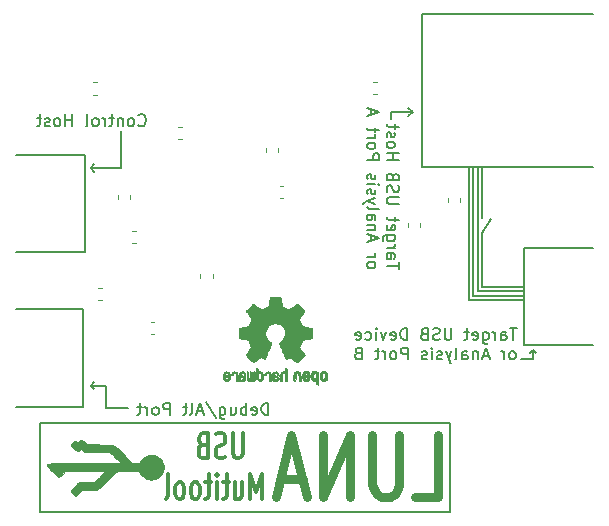
<source format=gbo>
G04 #@! TF.GenerationSoftware,KiCad,Pcbnew,(5.1.2-1)-1*
G04 #@! TF.CreationDate,2019-12-03T13:00:22-07:00*
G04 #@! TF.ProjectId,luna_rev0,6c756e61-5f72-4657-9630-2e6b69636164,rev?*
G04 #@! TF.SameCoordinates,Original*
G04 #@! TF.FileFunction,Legend,Bot*
G04 #@! TF.FilePolarity,Positive*
%FSLAX46Y46*%
G04 Gerber Fmt 4.6, Leading zero omitted, Abs format (unit mm)*
G04 Created by KiCad (PCBNEW (5.1.2-1)-1) date 2019-12-03 13:00:22*
%MOMM*%
%LPD*%
G04 APERTURE LIST*
%ADD10C,0.150000*%
%ADD11C,0.203200*%
%ADD12C,0.300000*%
%ADD13C,0.750000*%
%ADD14C,0.010000*%
%ADD15C,0.120000*%
G04 APERTURE END LIST*
D10*
X102470976Y-78271642D02*
X102518595Y-78319261D01*
X102661452Y-78366880D01*
X102756690Y-78366880D01*
X102899547Y-78319261D01*
X102994785Y-78224023D01*
X103042404Y-78128785D01*
X103090023Y-77938309D01*
X103090023Y-77795452D01*
X103042404Y-77604976D01*
X102994785Y-77509738D01*
X102899547Y-77414500D01*
X102756690Y-77366880D01*
X102661452Y-77366880D01*
X102518595Y-77414500D01*
X102470976Y-77462119D01*
X101899547Y-78366880D02*
X101994785Y-78319261D01*
X102042404Y-78271642D01*
X102090023Y-78176404D01*
X102090023Y-77890690D01*
X102042404Y-77795452D01*
X101994785Y-77747833D01*
X101899547Y-77700214D01*
X101756690Y-77700214D01*
X101661452Y-77747833D01*
X101613833Y-77795452D01*
X101566214Y-77890690D01*
X101566214Y-78176404D01*
X101613833Y-78271642D01*
X101661452Y-78319261D01*
X101756690Y-78366880D01*
X101899547Y-78366880D01*
X101137642Y-77700214D02*
X101137642Y-78366880D01*
X101137642Y-77795452D02*
X101090023Y-77747833D01*
X100994785Y-77700214D01*
X100851928Y-77700214D01*
X100756690Y-77747833D01*
X100709071Y-77843071D01*
X100709071Y-78366880D01*
X100375738Y-77700214D02*
X99994785Y-77700214D01*
X100232880Y-77366880D02*
X100232880Y-78224023D01*
X100185261Y-78319261D01*
X100090023Y-78366880D01*
X99994785Y-78366880D01*
X99661452Y-78366880D02*
X99661452Y-77700214D01*
X99661452Y-77890690D02*
X99613833Y-77795452D01*
X99566214Y-77747833D01*
X99470976Y-77700214D01*
X99375738Y-77700214D01*
X98899547Y-78366880D02*
X98994785Y-78319261D01*
X99042404Y-78271642D01*
X99090023Y-78176404D01*
X99090023Y-77890690D01*
X99042404Y-77795452D01*
X98994785Y-77747833D01*
X98899547Y-77700214D01*
X98756690Y-77700214D01*
X98661452Y-77747833D01*
X98613833Y-77795452D01*
X98566214Y-77890690D01*
X98566214Y-78176404D01*
X98613833Y-78271642D01*
X98661452Y-78319261D01*
X98756690Y-78366880D01*
X98899547Y-78366880D01*
X97994785Y-78366880D02*
X98090023Y-78319261D01*
X98137642Y-78224023D01*
X98137642Y-77366880D01*
X96851928Y-78366880D02*
X96851928Y-77366880D01*
X96851928Y-77843071D02*
X96280500Y-77843071D01*
X96280500Y-78366880D02*
X96280500Y-77366880D01*
X95661452Y-78366880D02*
X95756690Y-78319261D01*
X95804309Y-78271642D01*
X95851928Y-78176404D01*
X95851928Y-77890690D01*
X95804309Y-77795452D01*
X95756690Y-77747833D01*
X95661452Y-77700214D01*
X95518595Y-77700214D01*
X95423357Y-77747833D01*
X95375738Y-77795452D01*
X95328119Y-77890690D01*
X95328119Y-78176404D01*
X95375738Y-78271642D01*
X95423357Y-78319261D01*
X95518595Y-78366880D01*
X95661452Y-78366880D01*
X94947166Y-78319261D02*
X94851928Y-78366880D01*
X94661452Y-78366880D01*
X94566214Y-78319261D01*
X94518595Y-78224023D01*
X94518595Y-78176404D01*
X94566214Y-78081166D01*
X94661452Y-78033547D01*
X94804309Y-78033547D01*
X94899547Y-77985928D01*
X94947166Y-77890690D01*
X94947166Y-77843071D01*
X94899547Y-77747833D01*
X94804309Y-77700214D01*
X94661452Y-77700214D01*
X94566214Y-77747833D01*
X94232880Y-77700214D02*
X93851928Y-77700214D01*
X94090023Y-77366880D02*
X94090023Y-78224023D01*
X94042404Y-78319261D01*
X93947166Y-78366880D01*
X93851928Y-78366880D01*
D11*
X94107000Y-103505000D02*
X128841500Y-103505000D01*
X98425000Y-81915000D02*
X98742500Y-82232500D01*
X98425000Y-81915000D02*
X98742500Y-81597500D01*
X99060000Y-81915000D02*
X98425000Y-81915000D01*
X100965000Y-81915000D02*
X99060000Y-81915000D01*
X100965000Y-78740000D02*
X100965000Y-81915000D01*
X98425000Y-100330000D02*
X98742500Y-100647500D01*
X98425000Y-100330000D02*
X98742500Y-100012500D01*
X99695000Y-100330000D02*
X98425000Y-100330000D01*
X99695000Y-102235000D02*
X99695000Y-100330000D01*
X101600000Y-102235000D02*
X99695000Y-102235000D01*
X123825000Y-77152500D02*
X123825000Y-77787500D01*
X125730000Y-77152500D02*
X123825000Y-77152500D01*
X125730000Y-77152500D02*
X125285500Y-77470000D01*
X125730000Y-77152500D02*
X125285500Y-76835000D01*
D10*
X124499119Y-90485261D02*
X124499119Y-89913833D01*
X123499119Y-90199547D02*
X124499119Y-90199547D01*
X123499119Y-89151928D02*
X124022928Y-89151928D01*
X124118166Y-89199547D01*
X124165785Y-89294785D01*
X124165785Y-89485261D01*
X124118166Y-89580500D01*
X123546738Y-89151928D02*
X123499119Y-89247166D01*
X123499119Y-89485261D01*
X123546738Y-89580500D01*
X123641976Y-89628119D01*
X123737214Y-89628119D01*
X123832452Y-89580500D01*
X123880071Y-89485261D01*
X123880071Y-89247166D01*
X123927690Y-89151928D01*
X123499119Y-88675738D02*
X124165785Y-88675738D01*
X123975309Y-88675738D02*
X124070547Y-88628119D01*
X124118166Y-88580500D01*
X124165785Y-88485261D01*
X124165785Y-88390023D01*
X124165785Y-87628119D02*
X123356261Y-87628119D01*
X123261023Y-87675738D01*
X123213404Y-87723357D01*
X123165785Y-87818595D01*
X123165785Y-87961452D01*
X123213404Y-88056690D01*
X123546738Y-87628119D02*
X123499119Y-87723357D01*
X123499119Y-87913833D01*
X123546738Y-88009071D01*
X123594357Y-88056690D01*
X123689595Y-88104309D01*
X123975309Y-88104309D01*
X124070547Y-88056690D01*
X124118166Y-88009071D01*
X124165785Y-87913833D01*
X124165785Y-87723357D01*
X124118166Y-87628119D01*
X123546738Y-86770976D02*
X123499119Y-86866214D01*
X123499119Y-87056690D01*
X123546738Y-87151928D01*
X123641976Y-87199547D01*
X124022928Y-87199547D01*
X124118166Y-87151928D01*
X124165785Y-87056690D01*
X124165785Y-86866214D01*
X124118166Y-86770976D01*
X124022928Y-86723357D01*
X123927690Y-86723357D01*
X123832452Y-87199547D01*
X124165785Y-86437642D02*
X124165785Y-86056690D01*
X124499119Y-86294785D02*
X123641976Y-86294785D01*
X123546738Y-86247166D01*
X123499119Y-86151928D01*
X123499119Y-86056690D01*
X124499119Y-84961452D02*
X123689595Y-84961452D01*
X123594357Y-84913833D01*
X123546738Y-84866214D01*
X123499119Y-84770976D01*
X123499119Y-84580500D01*
X123546738Y-84485261D01*
X123594357Y-84437642D01*
X123689595Y-84390023D01*
X124499119Y-84390023D01*
X123546738Y-83961452D02*
X123499119Y-83818595D01*
X123499119Y-83580500D01*
X123546738Y-83485261D01*
X123594357Y-83437642D01*
X123689595Y-83390023D01*
X123784833Y-83390023D01*
X123880071Y-83437642D01*
X123927690Y-83485261D01*
X123975309Y-83580500D01*
X124022928Y-83770976D01*
X124070547Y-83866214D01*
X124118166Y-83913833D01*
X124213404Y-83961452D01*
X124308642Y-83961452D01*
X124403880Y-83913833D01*
X124451500Y-83866214D01*
X124499119Y-83770976D01*
X124499119Y-83532880D01*
X124451500Y-83390023D01*
X124022928Y-82628119D02*
X123975309Y-82485261D01*
X123927690Y-82437642D01*
X123832452Y-82390023D01*
X123689595Y-82390023D01*
X123594357Y-82437642D01*
X123546738Y-82485261D01*
X123499119Y-82580500D01*
X123499119Y-82961452D01*
X124499119Y-82961452D01*
X124499119Y-82628119D01*
X124451500Y-82532880D01*
X124403880Y-82485261D01*
X124308642Y-82437642D01*
X124213404Y-82437642D01*
X124118166Y-82485261D01*
X124070547Y-82532880D01*
X124022928Y-82628119D01*
X124022928Y-82961452D01*
X123499119Y-81199547D02*
X124499119Y-81199547D01*
X124022928Y-81199547D02*
X124022928Y-80628119D01*
X123499119Y-80628119D02*
X124499119Y-80628119D01*
X123499119Y-80009071D02*
X123546738Y-80104309D01*
X123594357Y-80151928D01*
X123689595Y-80199547D01*
X123975309Y-80199547D01*
X124070547Y-80151928D01*
X124118166Y-80104309D01*
X124165785Y-80009071D01*
X124165785Y-79866214D01*
X124118166Y-79770976D01*
X124070547Y-79723357D01*
X123975309Y-79675738D01*
X123689595Y-79675738D01*
X123594357Y-79723357D01*
X123546738Y-79770976D01*
X123499119Y-79866214D01*
X123499119Y-80009071D01*
X123546738Y-79294785D02*
X123499119Y-79199547D01*
X123499119Y-79009071D01*
X123546738Y-78913833D01*
X123641976Y-78866214D01*
X123689595Y-78866214D01*
X123784833Y-78913833D01*
X123832452Y-79009071D01*
X123832452Y-79151928D01*
X123880071Y-79247166D01*
X123975309Y-79294785D01*
X124022928Y-79294785D01*
X124118166Y-79247166D01*
X124165785Y-79151928D01*
X124165785Y-79009071D01*
X124118166Y-78913833D01*
X124165785Y-78580500D02*
X124165785Y-78199547D01*
X124499119Y-78437642D02*
X123641976Y-78437642D01*
X123546738Y-78390023D01*
X123499119Y-78294785D01*
X123499119Y-78199547D01*
X121849119Y-90199547D02*
X121896738Y-90294785D01*
X121944357Y-90342404D01*
X122039595Y-90390023D01*
X122325309Y-90390023D01*
X122420547Y-90342404D01*
X122468166Y-90294785D01*
X122515785Y-90199547D01*
X122515785Y-90056690D01*
X122468166Y-89961452D01*
X122420547Y-89913833D01*
X122325309Y-89866214D01*
X122039595Y-89866214D01*
X121944357Y-89913833D01*
X121896738Y-89961452D01*
X121849119Y-90056690D01*
X121849119Y-90199547D01*
X121849119Y-89437642D02*
X122515785Y-89437642D01*
X122325309Y-89437642D02*
X122420547Y-89390023D01*
X122468166Y-89342404D01*
X122515785Y-89247166D01*
X122515785Y-89151928D01*
X122134833Y-88104309D02*
X122134833Y-87628119D01*
X121849119Y-88199547D02*
X122849119Y-87866214D01*
X121849119Y-87532880D01*
X122515785Y-87199547D02*
X121849119Y-87199547D01*
X122420547Y-87199547D02*
X122468166Y-87151928D01*
X122515785Y-87056690D01*
X122515785Y-86913833D01*
X122468166Y-86818595D01*
X122372928Y-86770976D01*
X121849119Y-86770976D01*
X121849119Y-85866214D02*
X122372928Y-85866214D01*
X122468166Y-85913833D01*
X122515785Y-86009071D01*
X122515785Y-86199547D01*
X122468166Y-86294785D01*
X121896738Y-85866214D02*
X121849119Y-85961452D01*
X121849119Y-86199547D01*
X121896738Y-86294785D01*
X121991976Y-86342404D01*
X122087214Y-86342404D01*
X122182452Y-86294785D01*
X122230071Y-86199547D01*
X122230071Y-85961452D01*
X122277690Y-85866214D01*
X121849119Y-85247166D02*
X121896738Y-85342404D01*
X121991976Y-85390023D01*
X122849119Y-85390023D01*
X122515785Y-84961452D02*
X121849119Y-84723357D01*
X122515785Y-84485261D02*
X121849119Y-84723357D01*
X121611023Y-84818595D01*
X121563404Y-84866214D01*
X121515785Y-84961452D01*
X121896738Y-84151928D02*
X121849119Y-84056690D01*
X121849119Y-83866214D01*
X121896738Y-83770976D01*
X121991976Y-83723357D01*
X122039595Y-83723357D01*
X122134833Y-83770976D01*
X122182452Y-83866214D01*
X122182452Y-84009071D01*
X122230071Y-84104309D01*
X122325309Y-84151928D01*
X122372928Y-84151928D01*
X122468166Y-84104309D01*
X122515785Y-84009071D01*
X122515785Y-83866214D01*
X122468166Y-83770976D01*
X121849119Y-83294785D02*
X122515785Y-83294785D01*
X122849119Y-83294785D02*
X122801500Y-83342404D01*
X122753880Y-83294785D01*
X122801500Y-83247166D01*
X122849119Y-83294785D01*
X122753880Y-83294785D01*
X121896738Y-82866214D02*
X121849119Y-82770976D01*
X121849119Y-82580500D01*
X121896738Y-82485261D01*
X121991976Y-82437642D01*
X122039595Y-82437642D01*
X122134833Y-82485261D01*
X122182452Y-82580500D01*
X122182452Y-82723357D01*
X122230071Y-82818595D01*
X122325309Y-82866214D01*
X122372928Y-82866214D01*
X122468166Y-82818595D01*
X122515785Y-82723357D01*
X122515785Y-82580500D01*
X122468166Y-82485261D01*
X121849119Y-81247166D02*
X122849119Y-81247166D01*
X122849119Y-80866214D01*
X122801500Y-80770976D01*
X122753880Y-80723357D01*
X122658642Y-80675738D01*
X122515785Y-80675738D01*
X122420547Y-80723357D01*
X122372928Y-80770976D01*
X122325309Y-80866214D01*
X122325309Y-81247166D01*
X121849119Y-80104309D02*
X121896738Y-80199547D01*
X121944357Y-80247166D01*
X122039595Y-80294785D01*
X122325309Y-80294785D01*
X122420547Y-80247166D01*
X122468166Y-80199547D01*
X122515785Y-80104309D01*
X122515785Y-79961452D01*
X122468166Y-79866214D01*
X122420547Y-79818595D01*
X122325309Y-79770976D01*
X122039595Y-79770976D01*
X121944357Y-79818595D01*
X121896738Y-79866214D01*
X121849119Y-79961452D01*
X121849119Y-80104309D01*
X121849119Y-79342404D02*
X122515785Y-79342404D01*
X122325309Y-79342404D02*
X122420547Y-79294785D01*
X122468166Y-79247166D01*
X122515785Y-79151928D01*
X122515785Y-79056690D01*
X122515785Y-78866214D02*
X122515785Y-78485261D01*
X122849119Y-78723357D02*
X121991976Y-78723357D01*
X121896738Y-78675738D01*
X121849119Y-78580500D01*
X121849119Y-78485261D01*
X122134833Y-77437642D02*
X122134833Y-76961452D01*
X121849119Y-77532880D02*
X122849119Y-77199547D01*
X121849119Y-76866214D01*
D11*
X135890000Y-97345500D02*
X135636000Y-97599500D01*
X135890000Y-97345500D02*
X136144000Y-97599500D01*
X135890000Y-98044000D02*
X134874000Y-98044000D01*
X135890000Y-97790000D02*
X135890000Y-98044000D01*
X135890000Y-97790000D02*
X135890000Y-97345500D01*
X128841500Y-111061500D02*
X128841500Y-103505000D01*
X94107000Y-111061500D02*
X128841500Y-111061500D01*
X94107000Y-103505000D02*
X94107000Y-111061500D01*
D12*
X111284642Y-104376500D02*
X111284642Y-106076500D01*
X111215595Y-106276500D01*
X111146547Y-106376500D01*
X111008452Y-106476500D01*
X110732261Y-106476500D01*
X110594166Y-106376500D01*
X110525119Y-106276500D01*
X110456071Y-106076500D01*
X110456071Y-104376500D01*
X109834642Y-106376500D02*
X109627500Y-106476500D01*
X109282261Y-106476500D01*
X109144166Y-106376500D01*
X109075119Y-106276500D01*
X109006071Y-106076500D01*
X109006071Y-105876500D01*
X109075119Y-105676500D01*
X109144166Y-105576500D01*
X109282261Y-105476500D01*
X109558452Y-105376500D01*
X109696547Y-105276500D01*
X109765595Y-105176500D01*
X109834642Y-104976500D01*
X109834642Y-104776500D01*
X109765595Y-104576500D01*
X109696547Y-104476500D01*
X109558452Y-104376500D01*
X109213214Y-104376500D01*
X109006071Y-104476500D01*
X107901309Y-105376500D02*
X107694166Y-105476500D01*
X107625119Y-105576500D01*
X107556071Y-105776500D01*
X107556071Y-106076500D01*
X107625119Y-106276500D01*
X107694166Y-106376500D01*
X107832261Y-106476500D01*
X108384642Y-106476500D01*
X108384642Y-104376500D01*
X107901309Y-104376500D01*
X107763214Y-104476500D01*
X107694166Y-104576500D01*
X107625119Y-104776500D01*
X107625119Y-104976500D01*
X107694166Y-105176500D01*
X107763214Y-105276500D01*
X107901309Y-105376500D01*
X108384642Y-105376500D01*
X112907261Y-109926500D02*
X112907261Y-107826500D01*
X112423928Y-109326500D01*
X111940595Y-107826500D01*
X111940595Y-109926500D01*
X110628690Y-108526500D02*
X110628690Y-109926500D01*
X111250119Y-108526500D02*
X111250119Y-109626500D01*
X111181071Y-109826500D01*
X111042976Y-109926500D01*
X110835833Y-109926500D01*
X110697738Y-109826500D01*
X110628690Y-109726500D01*
X110145357Y-108526500D02*
X109592976Y-108526500D01*
X109938214Y-107826500D02*
X109938214Y-109626500D01*
X109869166Y-109826500D01*
X109731071Y-109926500D01*
X109592976Y-109926500D01*
X109109642Y-109926500D02*
X109109642Y-108526500D01*
X109109642Y-107826500D02*
X109178690Y-107926500D01*
X109109642Y-108026500D01*
X109040595Y-107926500D01*
X109109642Y-107826500D01*
X109109642Y-108026500D01*
X108626309Y-108526500D02*
X108073928Y-108526500D01*
X108419166Y-107826500D02*
X108419166Y-109626500D01*
X108350119Y-109826500D01*
X108212023Y-109926500D01*
X108073928Y-109926500D01*
X107383452Y-109926500D02*
X107521547Y-109826500D01*
X107590595Y-109726500D01*
X107659642Y-109526500D01*
X107659642Y-108926500D01*
X107590595Y-108726500D01*
X107521547Y-108626500D01*
X107383452Y-108526500D01*
X107176309Y-108526500D01*
X107038214Y-108626500D01*
X106969166Y-108726500D01*
X106900119Y-108926500D01*
X106900119Y-109526500D01*
X106969166Y-109726500D01*
X107038214Y-109826500D01*
X107176309Y-109926500D01*
X107383452Y-109926500D01*
X106071547Y-109926500D02*
X106209642Y-109826500D01*
X106278690Y-109726500D01*
X106347738Y-109526500D01*
X106347738Y-108926500D01*
X106278690Y-108726500D01*
X106209642Y-108626500D01*
X106071547Y-108526500D01*
X105864404Y-108526500D01*
X105726309Y-108626500D01*
X105657261Y-108726500D01*
X105588214Y-108926500D01*
X105588214Y-109526500D01*
X105657261Y-109726500D01*
X105726309Y-109826500D01*
X105864404Y-109926500D01*
X106071547Y-109926500D01*
X104759642Y-109926500D02*
X104897738Y-109826500D01*
X104966785Y-109626500D01*
X104966785Y-107826500D01*
D13*
X125888166Y-109753500D02*
X127792928Y-109753500D01*
X127792928Y-104503500D01*
X124554833Y-104503500D02*
X124554833Y-108753500D01*
X124364357Y-109253500D01*
X124173880Y-109503500D01*
X123792928Y-109753500D01*
X123031023Y-109753500D01*
X122650071Y-109503500D01*
X122459595Y-109253500D01*
X122269119Y-108753500D01*
X122269119Y-104503500D01*
X120364357Y-109753500D02*
X120364357Y-104503500D01*
X118078642Y-109753500D01*
X118078642Y-104503500D01*
X116364357Y-108253500D02*
X114459595Y-108253500D01*
X116745309Y-109753500D02*
X115411976Y-104503500D01*
X114078642Y-109753500D01*
D10*
X113456404Y-102814380D02*
X113456404Y-101814380D01*
X113218309Y-101814380D01*
X113075452Y-101862000D01*
X112980214Y-101957238D01*
X112932595Y-102052476D01*
X112884976Y-102242952D01*
X112884976Y-102385809D01*
X112932595Y-102576285D01*
X112980214Y-102671523D01*
X113075452Y-102766761D01*
X113218309Y-102814380D01*
X113456404Y-102814380D01*
X112075452Y-102766761D02*
X112170690Y-102814380D01*
X112361166Y-102814380D01*
X112456404Y-102766761D01*
X112504023Y-102671523D01*
X112504023Y-102290571D01*
X112456404Y-102195333D01*
X112361166Y-102147714D01*
X112170690Y-102147714D01*
X112075452Y-102195333D01*
X112027833Y-102290571D01*
X112027833Y-102385809D01*
X112504023Y-102481047D01*
X111599261Y-102814380D02*
X111599261Y-101814380D01*
X111599261Y-102195333D02*
X111504023Y-102147714D01*
X111313547Y-102147714D01*
X111218309Y-102195333D01*
X111170690Y-102242952D01*
X111123071Y-102338190D01*
X111123071Y-102623904D01*
X111170690Y-102719142D01*
X111218309Y-102766761D01*
X111313547Y-102814380D01*
X111504023Y-102814380D01*
X111599261Y-102766761D01*
X110265928Y-102147714D02*
X110265928Y-102814380D01*
X110694500Y-102147714D02*
X110694500Y-102671523D01*
X110646880Y-102766761D01*
X110551642Y-102814380D01*
X110408785Y-102814380D01*
X110313547Y-102766761D01*
X110265928Y-102719142D01*
X109361166Y-102147714D02*
X109361166Y-102957238D01*
X109408785Y-103052476D01*
X109456404Y-103100095D01*
X109551642Y-103147714D01*
X109694500Y-103147714D01*
X109789738Y-103100095D01*
X109361166Y-102766761D02*
X109456404Y-102814380D01*
X109646880Y-102814380D01*
X109742119Y-102766761D01*
X109789738Y-102719142D01*
X109837357Y-102623904D01*
X109837357Y-102338190D01*
X109789738Y-102242952D01*
X109742119Y-102195333D01*
X109646880Y-102147714D01*
X109456404Y-102147714D01*
X109361166Y-102195333D01*
X108170690Y-101766761D02*
X109027833Y-103052476D01*
X107884976Y-102528666D02*
X107408785Y-102528666D01*
X107980214Y-102814380D02*
X107646880Y-101814380D01*
X107313547Y-102814380D01*
X106837357Y-102814380D02*
X106932595Y-102766761D01*
X106980214Y-102671523D01*
X106980214Y-101814380D01*
X106599261Y-102147714D02*
X106218309Y-102147714D01*
X106456404Y-101814380D02*
X106456404Y-102671523D01*
X106408785Y-102766761D01*
X106313547Y-102814380D01*
X106218309Y-102814380D01*
X105123071Y-102814380D02*
X105123071Y-101814380D01*
X104742119Y-101814380D01*
X104646880Y-101862000D01*
X104599261Y-101909619D01*
X104551642Y-102004857D01*
X104551642Y-102147714D01*
X104599261Y-102242952D01*
X104646880Y-102290571D01*
X104742119Y-102338190D01*
X105123071Y-102338190D01*
X103980214Y-102814380D02*
X104075452Y-102766761D01*
X104123071Y-102719142D01*
X104170690Y-102623904D01*
X104170690Y-102338190D01*
X104123071Y-102242952D01*
X104075452Y-102195333D01*
X103980214Y-102147714D01*
X103837357Y-102147714D01*
X103742119Y-102195333D01*
X103694500Y-102242952D01*
X103646880Y-102338190D01*
X103646880Y-102623904D01*
X103694500Y-102719142D01*
X103742119Y-102766761D01*
X103837357Y-102814380D01*
X103980214Y-102814380D01*
X103218309Y-102814380D02*
X103218309Y-102147714D01*
X103218309Y-102338190D02*
X103170690Y-102242952D01*
X103123071Y-102195333D01*
X103027833Y-102147714D01*
X102932595Y-102147714D01*
X102742119Y-102147714D02*
X102361166Y-102147714D01*
X102599261Y-101814380D02*
X102599261Y-102671523D01*
X102551642Y-102766761D01*
X102456404Y-102814380D01*
X102361166Y-102814380D01*
X134490761Y-95464880D02*
X133919333Y-95464880D01*
X134205047Y-96464880D02*
X134205047Y-95464880D01*
X133157428Y-96464880D02*
X133157428Y-95941071D01*
X133205047Y-95845833D01*
X133300285Y-95798214D01*
X133490761Y-95798214D01*
X133586000Y-95845833D01*
X133157428Y-96417261D02*
X133252666Y-96464880D01*
X133490761Y-96464880D01*
X133586000Y-96417261D01*
X133633619Y-96322023D01*
X133633619Y-96226785D01*
X133586000Y-96131547D01*
X133490761Y-96083928D01*
X133252666Y-96083928D01*
X133157428Y-96036309D01*
X132681238Y-96464880D02*
X132681238Y-95798214D01*
X132681238Y-95988690D02*
X132633619Y-95893452D01*
X132586000Y-95845833D01*
X132490761Y-95798214D01*
X132395523Y-95798214D01*
X131633619Y-95798214D02*
X131633619Y-96607738D01*
X131681238Y-96702976D01*
X131728857Y-96750595D01*
X131824095Y-96798214D01*
X131966952Y-96798214D01*
X132062190Y-96750595D01*
X131633619Y-96417261D02*
X131728857Y-96464880D01*
X131919333Y-96464880D01*
X132014571Y-96417261D01*
X132062190Y-96369642D01*
X132109809Y-96274404D01*
X132109809Y-95988690D01*
X132062190Y-95893452D01*
X132014571Y-95845833D01*
X131919333Y-95798214D01*
X131728857Y-95798214D01*
X131633619Y-95845833D01*
X130776476Y-96417261D02*
X130871714Y-96464880D01*
X131062190Y-96464880D01*
X131157428Y-96417261D01*
X131205047Y-96322023D01*
X131205047Y-95941071D01*
X131157428Y-95845833D01*
X131062190Y-95798214D01*
X130871714Y-95798214D01*
X130776476Y-95845833D01*
X130728857Y-95941071D01*
X130728857Y-96036309D01*
X131205047Y-96131547D01*
X130443142Y-95798214D02*
X130062190Y-95798214D01*
X130300285Y-95464880D02*
X130300285Y-96322023D01*
X130252666Y-96417261D01*
X130157428Y-96464880D01*
X130062190Y-96464880D01*
X128966952Y-95464880D02*
X128966952Y-96274404D01*
X128919333Y-96369642D01*
X128871714Y-96417261D01*
X128776476Y-96464880D01*
X128586000Y-96464880D01*
X128490761Y-96417261D01*
X128443142Y-96369642D01*
X128395523Y-96274404D01*
X128395523Y-95464880D01*
X127966952Y-96417261D02*
X127824095Y-96464880D01*
X127586000Y-96464880D01*
X127490761Y-96417261D01*
X127443142Y-96369642D01*
X127395523Y-96274404D01*
X127395523Y-96179166D01*
X127443142Y-96083928D01*
X127490761Y-96036309D01*
X127586000Y-95988690D01*
X127776476Y-95941071D01*
X127871714Y-95893452D01*
X127919333Y-95845833D01*
X127966952Y-95750595D01*
X127966952Y-95655357D01*
X127919333Y-95560119D01*
X127871714Y-95512500D01*
X127776476Y-95464880D01*
X127538380Y-95464880D01*
X127395523Y-95512500D01*
X126633619Y-95941071D02*
X126490761Y-95988690D01*
X126443142Y-96036309D01*
X126395523Y-96131547D01*
X126395523Y-96274404D01*
X126443142Y-96369642D01*
X126490761Y-96417261D01*
X126586000Y-96464880D01*
X126966952Y-96464880D01*
X126966952Y-95464880D01*
X126633619Y-95464880D01*
X126538380Y-95512500D01*
X126490761Y-95560119D01*
X126443142Y-95655357D01*
X126443142Y-95750595D01*
X126490761Y-95845833D01*
X126538380Y-95893452D01*
X126633619Y-95941071D01*
X126966952Y-95941071D01*
X125205047Y-96464880D02*
X125205047Y-95464880D01*
X124966952Y-95464880D01*
X124824095Y-95512500D01*
X124728857Y-95607738D01*
X124681238Y-95702976D01*
X124633619Y-95893452D01*
X124633619Y-96036309D01*
X124681238Y-96226785D01*
X124728857Y-96322023D01*
X124824095Y-96417261D01*
X124966952Y-96464880D01*
X125205047Y-96464880D01*
X123824095Y-96417261D02*
X123919333Y-96464880D01*
X124109809Y-96464880D01*
X124205047Y-96417261D01*
X124252666Y-96322023D01*
X124252666Y-95941071D01*
X124205047Y-95845833D01*
X124109809Y-95798214D01*
X123919333Y-95798214D01*
X123824095Y-95845833D01*
X123776476Y-95941071D01*
X123776476Y-96036309D01*
X124252666Y-96131547D01*
X123443142Y-95798214D02*
X123205047Y-96464880D01*
X122966952Y-95798214D01*
X122586000Y-96464880D02*
X122586000Y-95798214D01*
X122586000Y-95464880D02*
X122633619Y-95512500D01*
X122586000Y-95560119D01*
X122538380Y-95512500D01*
X122586000Y-95464880D01*
X122586000Y-95560119D01*
X121681238Y-96417261D02*
X121776476Y-96464880D01*
X121966952Y-96464880D01*
X122062190Y-96417261D01*
X122109809Y-96369642D01*
X122157428Y-96274404D01*
X122157428Y-95988690D01*
X122109809Y-95893452D01*
X122062190Y-95845833D01*
X121966952Y-95798214D01*
X121776476Y-95798214D01*
X121681238Y-95845833D01*
X120871714Y-96417261D02*
X120966952Y-96464880D01*
X121157428Y-96464880D01*
X121252666Y-96417261D01*
X121300285Y-96322023D01*
X121300285Y-95941071D01*
X121252666Y-95845833D01*
X121157428Y-95798214D01*
X120966952Y-95798214D01*
X120871714Y-95845833D01*
X120824095Y-95941071D01*
X120824095Y-96036309D01*
X121300285Y-96131547D01*
X134205047Y-98114880D02*
X134300285Y-98067261D01*
X134347904Y-98019642D01*
X134395523Y-97924404D01*
X134395523Y-97638690D01*
X134347904Y-97543452D01*
X134300285Y-97495833D01*
X134205047Y-97448214D01*
X134062190Y-97448214D01*
X133966952Y-97495833D01*
X133919333Y-97543452D01*
X133871714Y-97638690D01*
X133871714Y-97924404D01*
X133919333Y-98019642D01*
X133966952Y-98067261D01*
X134062190Y-98114880D01*
X134205047Y-98114880D01*
X133443142Y-98114880D02*
X133443142Y-97448214D01*
X133443142Y-97638690D02*
X133395523Y-97543452D01*
X133347904Y-97495833D01*
X133252666Y-97448214D01*
X133157428Y-97448214D01*
X132109809Y-97829166D02*
X131633619Y-97829166D01*
X132205047Y-98114880D02*
X131871714Y-97114880D01*
X131538380Y-98114880D01*
X131205047Y-97448214D02*
X131205047Y-98114880D01*
X131205047Y-97543452D02*
X131157428Y-97495833D01*
X131062190Y-97448214D01*
X130919333Y-97448214D01*
X130824095Y-97495833D01*
X130776476Y-97591071D01*
X130776476Y-98114880D01*
X129871714Y-98114880D02*
X129871714Y-97591071D01*
X129919333Y-97495833D01*
X130014571Y-97448214D01*
X130205047Y-97448214D01*
X130300285Y-97495833D01*
X129871714Y-98067261D02*
X129966952Y-98114880D01*
X130205047Y-98114880D01*
X130300285Y-98067261D01*
X130347904Y-97972023D01*
X130347904Y-97876785D01*
X130300285Y-97781547D01*
X130205047Y-97733928D01*
X129966952Y-97733928D01*
X129871714Y-97686309D01*
X129252666Y-98114880D02*
X129347904Y-98067261D01*
X129395523Y-97972023D01*
X129395523Y-97114880D01*
X128966952Y-97448214D02*
X128728857Y-98114880D01*
X128490761Y-97448214D02*
X128728857Y-98114880D01*
X128824095Y-98352976D01*
X128871714Y-98400595D01*
X128966952Y-98448214D01*
X128157428Y-98067261D02*
X128062190Y-98114880D01*
X127871714Y-98114880D01*
X127776476Y-98067261D01*
X127728857Y-97972023D01*
X127728857Y-97924404D01*
X127776476Y-97829166D01*
X127871714Y-97781547D01*
X128014571Y-97781547D01*
X128109809Y-97733928D01*
X128157428Y-97638690D01*
X128157428Y-97591071D01*
X128109809Y-97495833D01*
X128014571Y-97448214D01*
X127871714Y-97448214D01*
X127776476Y-97495833D01*
X127300285Y-98114880D02*
X127300285Y-97448214D01*
X127300285Y-97114880D02*
X127347904Y-97162500D01*
X127300285Y-97210119D01*
X127252666Y-97162500D01*
X127300285Y-97114880D01*
X127300285Y-97210119D01*
X126871714Y-98067261D02*
X126776476Y-98114880D01*
X126586000Y-98114880D01*
X126490761Y-98067261D01*
X126443142Y-97972023D01*
X126443142Y-97924404D01*
X126490761Y-97829166D01*
X126586000Y-97781547D01*
X126728857Y-97781547D01*
X126824095Y-97733928D01*
X126871714Y-97638690D01*
X126871714Y-97591071D01*
X126824095Y-97495833D01*
X126728857Y-97448214D01*
X126586000Y-97448214D01*
X126490761Y-97495833D01*
X125252666Y-98114880D02*
X125252666Y-97114880D01*
X124871714Y-97114880D01*
X124776476Y-97162500D01*
X124728857Y-97210119D01*
X124681238Y-97305357D01*
X124681238Y-97448214D01*
X124728857Y-97543452D01*
X124776476Y-97591071D01*
X124871714Y-97638690D01*
X125252666Y-97638690D01*
X124109809Y-98114880D02*
X124205047Y-98067261D01*
X124252666Y-98019642D01*
X124300285Y-97924404D01*
X124300285Y-97638690D01*
X124252666Y-97543452D01*
X124205047Y-97495833D01*
X124109809Y-97448214D01*
X123966952Y-97448214D01*
X123871714Y-97495833D01*
X123824095Y-97543452D01*
X123776476Y-97638690D01*
X123776476Y-97924404D01*
X123824095Y-98019642D01*
X123871714Y-98067261D01*
X123966952Y-98114880D01*
X124109809Y-98114880D01*
X123347904Y-98114880D02*
X123347904Y-97448214D01*
X123347904Y-97638690D02*
X123300285Y-97543452D01*
X123252666Y-97495833D01*
X123157428Y-97448214D01*
X123062190Y-97448214D01*
X122871714Y-97448214D02*
X122490761Y-97448214D01*
X122728857Y-97114880D02*
X122728857Y-97972023D01*
X122681238Y-98067261D01*
X122586000Y-98114880D01*
X122490761Y-98114880D01*
X121062190Y-97591071D02*
X120919333Y-97638690D01*
X120871714Y-97686309D01*
X120824095Y-97781547D01*
X120824095Y-97924404D01*
X120871714Y-98019642D01*
X120919333Y-98067261D01*
X121014571Y-98114880D01*
X121395523Y-98114880D01*
X121395523Y-97114880D01*
X121062190Y-97114880D01*
X120966952Y-97162500D01*
X120919333Y-97210119D01*
X120871714Y-97305357D01*
X120871714Y-97400595D01*
X120919333Y-97495833D01*
X120966952Y-97543452D01*
X121062190Y-97591071D01*
X121395523Y-97591071D01*
D11*
X131572000Y-81788000D02*
X131572000Y-86106000D01*
X130429000Y-93091000D02*
X130429000Y-81788000D01*
X130556000Y-93091000D02*
X130429000Y-93091000D01*
X135128000Y-93091000D02*
X130556000Y-93091000D01*
X131572000Y-87376000D02*
X132334000Y-86233000D01*
X131572000Y-91948000D02*
X131572000Y-87376000D01*
X131699000Y-91948000D02*
X131572000Y-91948000D01*
X135128000Y-91948000D02*
X131699000Y-91948000D01*
X131191000Y-92329000D02*
X131191000Y-81788000D01*
X135128000Y-92329000D02*
X131191000Y-92329000D01*
X130810000Y-92710000D02*
X130810000Y-81788000D01*
X131191000Y-92710000D02*
X130810000Y-92710000D01*
X131191000Y-92710000D02*
X135128000Y-92710000D01*
X97790000Y-102108000D02*
X92075000Y-102108000D01*
X97790000Y-93853000D02*
X97790000Y-102108000D01*
X92075000Y-93853000D02*
X97790000Y-93853000D01*
X97917000Y-89027000D02*
X92075000Y-89027000D01*
X97917000Y-80772000D02*
X97917000Y-89027000D01*
X92075000Y-80772000D02*
X97917000Y-80772000D01*
X135128000Y-96901000D02*
X140970000Y-96901000D01*
X135128000Y-88646000D02*
X135128000Y-96901000D01*
X140970000Y-88646000D02*
X135128000Y-88646000D01*
X126492000Y-81788000D02*
X140970000Y-81788000D01*
X126492000Y-68834000D02*
X126492000Y-81788000D01*
X140970000Y-68834000D02*
X126492000Y-68834000D01*
D14*
G36*
X117277114Y-99104505D02*
G01*
X117202461Y-99141727D01*
X117136569Y-99210261D01*
X117118423Y-99235648D01*
X117098655Y-99268866D01*
X117085828Y-99304945D01*
X117078490Y-99353098D01*
X117075187Y-99422536D01*
X117074462Y-99514206D01*
X117077737Y-99639830D01*
X117089123Y-99734154D01*
X117110959Y-99804523D01*
X117145581Y-99858286D01*
X117195330Y-99902788D01*
X117198986Y-99905423D01*
X117248015Y-99932377D01*
X117307055Y-99945712D01*
X117382141Y-99949000D01*
X117504205Y-99949000D01*
X117504256Y-100067497D01*
X117505392Y-100133492D01*
X117512314Y-100172202D01*
X117530402Y-100195419D01*
X117565038Y-100214933D01*
X117573355Y-100218920D01*
X117612280Y-100237603D01*
X117642417Y-100249403D01*
X117664826Y-100250422D01*
X117680567Y-100236761D01*
X117690698Y-100204522D01*
X117696277Y-100149804D01*
X117698365Y-100068711D01*
X117698019Y-99957344D01*
X117696300Y-99811802D01*
X117695763Y-99768269D01*
X117693828Y-99618205D01*
X117692096Y-99520042D01*
X117504308Y-99520042D01*
X117503252Y-99603364D01*
X117498562Y-99657880D01*
X117487949Y-99693837D01*
X117469128Y-99721482D01*
X117456350Y-99734965D01*
X117404110Y-99774417D01*
X117357858Y-99777628D01*
X117310133Y-99745049D01*
X117308923Y-99743846D01*
X117289506Y-99718668D01*
X117277693Y-99684447D01*
X117271735Y-99631748D01*
X117269880Y-99551131D01*
X117269846Y-99533271D01*
X117274330Y-99422175D01*
X117288926Y-99345161D01*
X117315350Y-99298147D01*
X117355317Y-99277050D01*
X117378416Y-99274923D01*
X117433238Y-99284900D01*
X117470842Y-99317752D01*
X117493477Y-99377857D01*
X117503394Y-99469598D01*
X117504308Y-99520042D01*
X117692096Y-99520042D01*
X117691778Y-99502060D01*
X117689127Y-99414679D01*
X117685394Y-99350905D01*
X117680093Y-99305582D01*
X117672742Y-99273555D01*
X117662857Y-99249668D01*
X117649954Y-99228764D01*
X117644421Y-99220898D01*
X117571031Y-99146595D01*
X117478240Y-99104467D01*
X117370904Y-99092722D01*
X117277114Y-99104505D01*
X117277114Y-99104505D01*
G37*
X117277114Y-99104505D02*
X117202461Y-99141727D01*
X117136569Y-99210261D01*
X117118423Y-99235648D01*
X117098655Y-99268866D01*
X117085828Y-99304945D01*
X117078490Y-99353098D01*
X117075187Y-99422536D01*
X117074462Y-99514206D01*
X117077737Y-99639830D01*
X117089123Y-99734154D01*
X117110959Y-99804523D01*
X117145581Y-99858286D01*
X117195330Y-99902788D01*
X117198986Y-99905423D01*
X117248015Y-99932377D01*
X117307055Y-99945712D01*
X117382141Y-99949000D01*
X117504205Y-99949000D01*
X117504256Y-100067497D01*
X117505392Y-100133492D01*
X117512314Y-100172202D01*
X117530402Y-100195419D01*
X117565038Y-100214933D01*
X117573355Y-100218920D01*
X117612280Y-100237603D01*
X117642417Y-100249403D01*
X117664826Y-100250422D01*
X117680567Y-100236761D01*
X117690698Y-100204522D01*
X117696277Y-100149804D01*
X117698365Y-100068711D01*
X117698019Y-99957344D01*
X117696300Y-99811802D01*
X117695763Y-99768269D01*
X117693828Y-99618205D01*
X117692096Y-99520042D01*
X117504308Y-99520042D01*
X117503252Y-99603364D01*
X117498562Y-99657880D01*
X117487949Y-99693837D01*
X117469128Y-99721482D01*
X117456350Y-99734965D01*
X117404110Y-99774417D01*
X117357858Y-99777628D01*
X117310133Y-99745049D01*
X117308923Y-99743846D01*
X117289506Y-99718668D01*
X117277693Y-99684447D01*
X117271735Y-99631748D01*
X117269880Y-99551131D01*
X117269846Y-99533271D01*
X117274330Y-99422175D01*
X117288926Y-99345161D01*
X117315350Y-99298147D01*
X117355317Y-99277050D01*
X117378416Y-99274923D01*
X117433238Y-99284900D01*
X117470842Y-99317752D01*
X117493477Y-99377857D01*
X117503394Y-99469598D01*
X117504308Y-99520042D01*
X117692096Y-99520042D01*
X117691778Y-99502060D01*
X117689127Y-99414679D01*
X117685394Y-99350905D01*
X117680093Y-99305582D01*
X117672742Y-99273555D01*
X117662857Y-99249668D01*
X117649954Y-99228764D01*
X117644421Y-99220898D01*
X117571031Y-99146595D01*
X117478240Y-99104467D01*
X117370904Y-99092722D01*
X117277114Y-99104505D01*
G36*
X115774336Y-99115089D02*
G01*
X115711633Y-99151358D01*
X115668039Y-99187358D01*
X115636155Y-99225075D01*
X115614190Y-99271199D01*
X115600351Y-99332421D01*
X115592847Y-99415431D01*
X115589883Y-99526919D01*
X115589539Y-99607062D01*
X115589539Y-99902065D01*
X115755615Y-99976515D01*
X115765385Y-99653402D01*
X115769421Y-99532729D01*
X115773656Y-99445141D01*
X115778903Y-99384650D01*
X115785975Y-99345268D01*
X115795689Y-99321007D01*
X115808856Y-99305880D01*
X115813081Y-99302606D01*
X115877091Y-99277034D01*
X115941792Y-99287153D01*
X115980308Y-99314000D01*
X115995975Y-99333024D01*
X116006820Y-99357988D01*
X116013712Y-99395834D01*
X116017521Y-99453502D01*
X116019117Y-99537935D01*
X116019385Y-99625928D01*
X116019437Y-99736323D01*
X116021328Y-99814463D01*
X116027655Y-99867165D01*
X116041017Y-99901242D01*
X116064015Y-99923511D01*
X116099246Y-99940787D01*
X116146303Y-99958738D01*
X116197697Y-99978278D01*
X116191579Y-99631485D01*
X116189116Y-99506468D01*
X116186233Y-99414082D01*
X116182102Y-99347881D01*
X116175893Y-99301420D01*
X116166774Y-99268256D01*
X116153917Y-99241944D01*
X116138416Y-99218729D01*
X116063629Y-99144569D01*
X115972372Y-99101684D01*
X115873117Y-99091412D01*
X115774336Y-99115089D01*
X115774336Y-99115089D01*
G37*
X115774336Y-99115089D02*
X115711633Y-99151358D01*
X115668039Y-99187358D01*
X115636155Y-99225075D01*
X115614190Y-99271199D01*
X115600351Y-99332421D01*
X115592847Y-99415431D01*
X115589883Y-99526919D01*
X115589539Y-99607062D01*
X115589539Y-99902065D01*
X115755615Y-99976515D01*
X115765385Y-99653402D01*
X115769421Y-99532729D01*
X115773656Y-99445141D01*
X115778903Y-99384650D01*
X115785975Y-99345268D01*
X115795689Y-99321007D01*
X115808856Y-99305880D01*
X115813081Y-99302606D01*
X115877091Y-99277034D01*
X115941792Y-99287153D01*
X115980308Y-99314000D01*
X115995975Y-99333024D01*
X116006820Y-99357988D01*
X116013712Y-99395834D01*
X116017521Y-99453502D01*
X116019117Y-99537935D01*
X116019385Y-99625928D01*
X116019437Y-99736323D01*
X116021328Y-99814463D01*
X116027655Y-99867165D01*
X116041017Y-99901242D01*
X116064015Y-99923511D01*
X116099246Y-99940787D01*
X116146303Y-99958738D01*
X116197697Y-99978278D01*
X116191579Y-99631485D01*
X116189116Y-99506468D01*
X116186233Y-99414082D01*
X116182102Y-99347881D01*
X116175893Y-99301420D01*
X116166774Y-99268256D01*
X116153917Y-99241944D01*
X116138416Y-99218729D01*
X116063629Y-99144569D01*
X115972372Y-99101684D01*
X115873117Y-99091412D01*
X115774336Y-99115089D01*
G36*
X118029114Y-99107256D02*
G01*
X117937536Y-99155409D01*
X117869951Y-99232905D01*
X117845943Y-99282727D01*
X117827262Y-99357533D01*
X117817699Y-99452052D01*
X117816792Y-99555210D01*
X117824079Y-99655935D01*
X117839097Y-99743153D01*
X117861385Y-99805791D01*
X117868235Y-99816579D01*
X117949368Y-99897105D01*
X118045734Y-99945336D01*
X118150299Y-99959450D01*
X118256032Y-99937629D01*
X118285457Y-99924547D01*
X118342759Y-99884231D01*
X118393050Y-99830775D01*
X118397803Y-99823995D01*
X118417122Y-99791321D01*
X118429892Y-99756394D01*
X118437436Y-99710414D01*
X118441076Y-99644584D01*
X118442135Y-99550105D01*
X118442154Y-99528923D01*
X118442106Y-99522182D01*
X118246769Y-99522182D01*
X118245632Y-99611349D01*
X118241159Y-99670520D01*
X118231754Y-99708741D01*
X118215824Y-99735053D01*
X118207692Y-99743846D01*
X118160942Y-99777261D01*
X118115553Y-99775737D01*
X118069660Y-99746752D01*
X118042288Y-99715809D01*
X118026077Y-99670643D01*
X118016974Y-99599420D01*
X118016349Y-99591114D01*
X118014796Y-99462037D01*
X118031035Y-99366172D01*
X118064848Y-99304107D01*
X118116016Y-99276432D01*
X118134280Y-99274923D01*
X118182240Y-99282513D01*
X118215047Y-99308808D01*
X118235105Y-99359095D01*
X118244822Y-99438664D01*
X118246769Y-99522182D01*
X118442106Y-99522182D01*
X118441426Y-99428249D01*
X118438371Y-99357906D01*
X118431678Y-99309163D01*
X118420040Y-99273288D01*
X118402147Y-99241548D01*
X118398192Y-99235648D01*
X118331733Y-99156104D01*
X118259315Y-99109929D01*
X118171151Y-99091599D01*
X118141213Y-99090703D01*
X118029114Y-99107256D01*
X118029114Y-99107256D01*
G37*
X118029114Y-99107256D02*
X117937536Y-99155409D01*
X117869951Y-99232905D01*
X117845943Y-99282727D01*
X117827262Y-99357533D01*
X117817699Y-99452052D01*
X117816792Y-99555210D01*
X117824079Y-99655935D01*
X117839097Y-99743153D01*
X117861385Y-99805791D01*
X117868235Y-99816579D01*
X117949368Y-99897105D01*
X118045734Y-99945336D01*
X118150299Y-99959450D01*
X118256032Y-99937629D01*
X118285457Y-99924547D01*
X118342759Y-99884231D01*
X118393050Y-99830775D01*
X118397803Y-99823995D01*
X118417122Y-99791321D01*
X118429892Y-99756394D01*
X118437436Y-99710414D01*
X118441076Y-99644584D01*
X118442135Y-99550105D01*
X118442154Y-99528923D01*
X118442106Y-99522182D01*
X118246769Y-99522182D01*
X118245632Y-99611349D01*
X118241159Y-99670520D01*
X118231754Y-99708741D01*
X118215824Y-99735053D01*
X118207692Y-99743846D01*
X118160942Y-99777261D01*
X118115553Y-99775737D01*
X118069660Y-99746752D01*
X118042288Y-99715809D01*
X118026077Y-99670643D01*
X118016974Y-99599420D01*
X118016349Y-99591114D01*
X118014796Y-99462037D01*
X118031035Y-99366172D01*
X118064848Y-99304107D01*
X118116016Y-99276432D01*
X118134280Y-99274923D01*
X118182240Y-99282513D01*
X118215047Y-99308808D01*
X118235105Y-99359095D01*
X118244822Y-99438664D01*
X118246769Y-99522182D01*
X118442106Y-99522182D01*
X118441426Y-99428249D01*
X118438371Y-99357906D01*
X118431678Y-99309163D01*
X118420040Y-99273288D01*
X118402147Y-99241548D01*
X118398192Y-99235648D01*
X118331733Y-99156104D01*
X118259315Y-99109929D01*
X118171151Y-99091599D01*
X118141213Y-99090703D01*
X118029114Y-99107256D01*
G36*
X116511746Y-99119745D02*
G01*
X116434714Y-99171567D01*
X116375184Y-99246412D01*
X116339622Y-99341654D01*
X116332429Y-99411756D01*
X116333246Y-99441009D01*
X116340086Y-99463407D01*
X116358888Y-99483474D01*
X116395592Y-99505733D01*
X116456138Y-99534709D01*
X116546466Y-99574927D01*
X116546923Y-99575129D01*
X116630067Y-99613210D01*
X116698247Y-99647025D01*
X116744495Y-99672933D01*
X116761842Y-99687295D01*
X116761846Y-99687411D01*
X116746557Y-99718685D01*
X116710804Y-99753157D01*
X116669758Y-99777990D01*
X116648963Y-99782923D01*
X116592230Y-99765862D01*
X116543373Y-99723133D01*
X116519535Y-99676155D01*
X116496603Y-99641522D01*
X116451682Y-99602081D01*
X116398877Y-99568009D01*
X116352290Y-99549480D01*
X116342548Y-99548462D01*
X116331582Y-99565215D01*
X116330921Y-99608039D01*
X116338980Y-99665781D01*
X116354173Y-99727289D01*
X116374914Y-99781409D01*
X116375962Y-99783510D01*
X116438379Y-99870660D01*
X116519274Y-99929939D01*
X116611144Y-99959034D01*
X116706487Y-99955634D01*
X116797802Y-99917428D01*
X116801862Y-99914741D01*
X116873694Y-99849642D01*
X116920927Y-99764705D01*
X116947066Y-99653021D01*
X116950574Y-99621643D01*
X116956787Y-99473536D01*
X116949339Y-99404468D01*
X116761846Y-99404468D01*
X116759410Y-99447552D01*
X116746086Y-99460126D01*
X116712868Y-99450719D01*
X116660506Y-99428483D01*
X116601976Y-99400610D01*
X116600521Y-99399872D01*
X116550911Y-99373777D01*
X116531000Y-99356363D01*
X116535910Y-99338107D01*
X116556584Y-99314120D01*
X116609181Y-99279406D01*
X116665823Y-99276856D01*
X116716631Y-99302119D01*
X116751724Y-99350847D01*
X116761846Y-99404468D01*
X116949339Y-99404468D01*
X116944008Y-99355036D01*
X116911222Y-99261055D01*
X116865579Y-99195215D01*
X116783198Y-99128681D01*
X116692454Y-99095676D01*
X116599815Y-99093573D01*
X116511746Y-99119745D01*
X116511746Y-99119745D01*
G37*
X116511746Y-99119745D02*
X116434714Y-99171567D01*
X116375184Y-99246412D01*
X116339622Y-99341654D01*
X116332429Y-99411756D01*
X116333246Y-99441009D01*
X116340086Y-99463407D01*
X116358888Y-99483474D01*
X116395592Y-99505733D01*
X116456138Y-99534709D01*
X116546466Y-99574927D01*
X116546923Y-99575129D01*
X116630067Y-99613210D01*
X116698247Y-99647025D01*
X116744495Y-99672933D01*
X116761842Y-99687295D01*
X116761846Y-99687411D01*
X116746557Y-99718685D01*
X116710804Y-99753157D01*
X116669758Y-99777990D01*
X116648963Y-99782923D01*
X116592230Y-99765862D01*
X116543373Y-99723133D01*
X116519535Y-99676155D01*
X116496603Y-99641522D01*
X116451682Y-99602081D01*
X116398877Y-99568009D01*
X116352290Y-99549480D01*
X116342548Y-99548462D01*
X116331582Y-99565215D01*
X116330921Y-99608039D01*
X116338980Y-99665781D01*
X116354173Y-99727289D01*
X116374914Y-99781409D01*
X116375962Y-99783510D01*
X116438379Y-99870660D01*
X116519274Y-99929939D01*
X116611144Y-99959034D01*
X116706487Y-99955634D01*
X116797802Y-99917428D01*
X116801862Y-99914741D01*
X116873694Y-99849642D01*
X116920927Y-99764705D01*
X116947066Y-99653021D01*
X116950574Y-99621643D01*
X116956787Y-99473536D01*
X116949339Y-99404468D01*
X116761846Y-99404468D01*
X116759410Y-99447552D01*
X116746086Y-99460126D01*
X116712868Y-99450719D01*
X116660506Y-99428483D01*
X116601976Y-99400610D01*
X116600521Y-99399872D01*
X116550911Y-99373777D01*
X116531000Y-99356363D01*
X116535910Y-99338107D01*
X116556584Y-99314120D01*
X116609181Y-99279406D01*
X116665823Y-99276856D01*
X116716631Y-99302119D01*
X116751724Y-99350847D01*
X116761846Y-99404468D01*
X116949339Y-99404468D01*
X116944008Y-99355036D01*
X116911222Y-99261055D01*
X116865579Y-99195215D01*
X116783198Y-99128681D01*
X116692454Y-99095676D01*
X116599815Y-99093573D01*
X116511746Y-99119745D01*
G36*
X114886154Y-99012120D02*
G01*
X114880428Y-99091980D01*
X114873851Y-99139039D01*
X114864738Y-99159566D01*
X114851402Y-99159829D01*
X114847077Y-99157378D01*
X114789556Y-99139636D01*
X114714732Y-99140672D01*
X114638661Y-99158910D01*
X114591082Y-99182505D01*
X114542298Y-99220198D01*
X114506636Y-99262855D01*
X114482155Y-99317057D01*
X114466913Y-99389384D01*
X114458970Y-99486419D01*
X114456384Y-99614742D01*
X114456338Y-99639358D01*
X114456308Y-99915870D01*
X114517839Y-99937320D01*
X114561541Y-99951912D01*
X114585518Y-99958706D01*
X114586223Y-99958769D01*
X114588585Y-99940345D01*
X114590594Y-99889526D01*
X114592099Y-99812993D01*
X114592947Y-99717430D01*
X114593077Y-99659329D01*
X114593349Y-99544771D01*
X114594748Y-99462667D01*
X114598151Y-99406393D01*
X114604433Y-99369326D01*
X114614471Y-99344844D01*
X114629139Y-99326325D01*
X114638298Y-99317406D01*
X114701211Y-99281466D01*
X114769864Y-99278775D01*
X114832152Y-99309170D01*
X114843671Y-99320144D01*
X114860567Y-99340779D01*
X114872286Y-99365256D01*
X114879767Y-99400647D01*
X114883946Y-99454026D01*
X114885763Y-99532466D01*
X114886154Y-99640617D01*
X114886154Y-99915870D01*
X114947685Y-99937320D01*
X114991387Y-99951912D01*
X115015364Y-99958706D01*
X115016070Y-99958769D01*
X115017874Y-99940069D01*
X115019500Y-99887322D01*
X115020883Y-99805557D01*
X115021958Y-99699805D01*
X115022660Y-99575094D01*
X115022923Y-99436455D01*
X115022923Y-98901806D01*
X114895923Y-98848236D01*
X114886154Y-99012120D01*
X114886154Y-99012120D01*
G37*
X114886154Y-99012120D02*
X114880428Y-99091980D01*
X114873851Y-99139039D01*
X114864738Y-99159566D01*
X114851402Y-99159829D01*
X114847077Y-99157378D01*
X114789556Y-99139636D01*
X114714732Y-99140672D01*
X114638661Y-99158910D01*
X114591082Y-99182505D01*
X114542298Y-99220198D01*
X114506636Y-99262855D01*
X114482155Y-99317057D01*
X114466913Y-99389384D01*
X114458970Y-99486419D01*
X114456384Y-99614742D01*
X114456338Y-99639358D01*
X114456308Y-99915870D01*
X114517839Y-99937320D01*
X114561541Y-99951912D01*
X114585518Y-99958706D01*
X114586223Y-99958769D01*
X114588585Y-99940345D01*
X114590594Y-99889526D01*
X114592099Y-99812993D01*
X114592947Y-99717430D01*
X114593077Y-99659329D01*
X114593349Y-99544771D01*
X114594748Y-99462667D01*
X114598151Y-99406393D01*
X114604433Y-99369326D01*
X114614471Y-99344844D01*
X114629139Y-99326325D01*
X114638298Y-99317406D01*
X114701211Y-99281466D01*
X114769864Y-99278775D01*
X114832152Y-99309170D01*
X114843671Y-99320144D01*
X114860567Y-99340779D01*
X114872286Y-99365256D01*
X114879767Y-99400647D01*
X114883946Y-99454026D01*
X114885763Y-99532466D01*
X114886154Y-99640617D01*
X114886154Y-99915870D01*
X114947685Y-99937320D01*
X114991387Y-99951912D01*
X115015364Y-99958706D01*
X115016070Y-99958769D01*
X115017874Y-99940069D01*
X115019500Y-99887322D01*
X115020883Y-99805557D01*
X115021958Y-99699805D01*
X115022660Y-99575094D01*
X115022923Y-99436455D01*
X115022923Y-98901806D01*
X114895923Y-98848236D01*
X114886154Y-99012120D01*
G36*
X113992499Y-99146303D02*
G01*
X113915940Y-99174733D01*
X113915064Y-99175279D01*
X113867715Y-99210127D01*
X113832759Y-99250852D01*
X113808175Y-99303925D01*
X113791938Y-99375814D01*
X113782025Y-99472992D01*
X113776414Y-99601928D01*
X113775923Y-99620298D01*
X113768859Y-99897287D01*
X113828305Y-99928028D01*
X113871319Y-99948802D01*
X113897290Y-99958646D01*
X113898491Y-99958769D01*
X113902986Y-99940606D01*
X113906556Y-99891612D01*
X113908752Y-99820031D01*
X113909231Y-99762068D01*
X113909242Y-99668170D01*
X113913534Y-99609203D01*
X113928497Y-99581079D01*
X113960518Y-99579706D01*
X114015986Y-99600998D01*
X114099731Y-99640136D01*
X114161311Y-99672643D01*
X114192983Y-99700845D01*
X114202294Y-99731582D01*
X114202308Y-99733104D01*
X114186943Y-99786054D01*
X114141453Y-99814660D01*
X114071834Y-99818803D01*
X114021687Y-99818084D01*
X113995246Y-99832527D01*
X113978757Y-99867218D01*
X113969267Y-99911416D01*
X113982943Y-99936493D01*
X113988093Y-99940082D01*
X114036575Y-99954496D01*
X114104469Y-99956537D01*
X114174388Y-99946983D01*
X114223932Y-99929522D01*
X114292430Y-99871364D01*
X114331366Y-99790408D01*
X114339077Y-99727160D01*
X114333193Y-99670111D01*
X114311899Y-99623542D01*
X114269735Y-99582181D01*
X114201241Y-99540755D01*
X114100956Y-99493993D01*
X114094846Y-99491350D01*
X114004510Y-99449617D01*
X113948765Y-99415391D01*
X113924871Y-99384635D01*
X113930087Y-99353311D01*
X113961672Y-99317383D01*
X113971117Y-99309116D01*
X114034383Y-99277058D01*
X114099936Y-99278407D01*
X114157028Y-99309838D01*
X114194907Y-99368024D01*
X114198426Y-99379446D01*
X114232700Y-99434837D01*
X114276191Y-99461518D01*
X114339077Y-99487960D01*
X114339077Y-99419548D01*
X114319948Y-99320110D01*
X114263169Y-99228902D01*
X114233622Y-99198389D01*
X114166458Y-99159228D01*
X114081044Y-99141500D01*
X113992499Y-99146303D01*
X113992499Y-99146303D01*
G37*
X113992499Y-99146303D02*
X113915940Y-99174733D01*
X113915064Y-99175279D01*
X113867715Y-99210127D01*
X113832759Y-99250852D01*
X113808175Y-99303925D01*
X113791938Y-99375814D01*
X113782025Y-99472992D01*
X113776414Y-99601928D01*
X113775923Y-99620298D01*
X113768859Y-99897287D01*
X113828305Y-99928028D01*
X113871319Y-99948802D01*
X113897290Y-99958646D01*
X113898491Y-99958769D01*
X113902986Y-99940606D01*
X113906556Y-99891612D01*
X113908752Y-99820031D01*
X113909231Y-99762068D01*
X113909242Y-99668170D01*
X113913534Y-99609203D01*
X113928497Y-99581079D01*
X113960518Y-99579706D01*
X114015986Y-99600998D01*
X114099731Y-99640136D01*
X114161311Y-99672643D01*
X114192983Y-99700845D01*
X114202294Y-99731582D01*
X114202308Y-99733104D01*
X114186943Y-99786054D01*
X114141453Y-99814660D01*
X114071834Y-99818803D01*
X114021687Y-99818084D01*
X113995246Y-99832527D01*
X113978757Y-99867218D01*
X113969267Y-99911416D01*
X113982943Y-99936493D01*
X113988093Y-99940082D01*
X114036575Y-99954496D01*
X114104469Y-99956537D01*
X114174388Y-99946983D01*
X114223932Y-99929522D01*
X114292430Y-99871364D01*
X114331366Y-99790408D01*
X114339077Y-99727160D01*
X114333193Y-99670111D01*
X114311899Y-99623542D01*
X114269735Y-99582181D01*
X114201241Y-99540755D01*
X114100956Y-99493993D01*
X114094846Y-99491350D01*
X114004510Y-99449617D01*
X113948765Y-99415391D01*
X113924871Y-99384635D01*
X113930087Y-99353311D01*
X113961672Y-99317383D01*
X113971117Y-99309116D01*
X114034383Y-99277058D01*
X114099936Y-99278407D01*
X114157028Y-99309838D01*
X114194907Y-99368024D01*
X114198426Y-99379446D01*
X114232700Y-99434837D01*
X114276191Y-99461518D01*
X114339077Y-99487960D01*
X114339077Y-99419548D01*
X114319948Y-99320110D01*
X114263169Y-99228902D01*
X114233622Y-99198389D01*
X114166458Y-99159228D01*
X114081044Y-99141500D01*
X113992499Y-99146303D01*
G36*
X113332638Y-99144670D02*
G01*
X113243883Y-99177421D01*
X113171978Y-99235350D01*
X113143856Y-99276128D01*
X113113198Y-99350954D01*
X113113835Y-99405058D01*
X113146013Y-99441446D01*
X113157919Y-99447633D01*
X113209325Y-99466925D01*
X113235578Y-99461982D01*
X113244470Y-99429587D01*
X113244923Y-99411692D01*
X113261203Y-99345859D01*
X113303635Y-99299807D01*
X113362612Y-99277564D01*
X113428525Y-99283161D01*
X113482105Y-99312229D01*
X113500202Y-99328810D01*
X113513029Y-99348925D01*
X113521694Y-99379332D01*
X113527304Y-99426788D01*
X113530965Y-99498050D01*
X113533785Y-99599875D01*
X113534516Y-99632115D01*
X113537180Y-99742410D01*
X113540208Y-99820036D01*
X113544750Y-99871396D01*
X113551954Y-99902890D01*
X113562967Y-99920920D01*
X113578940Y-99931888D01*
X113589166Y-99936733D01*
X113632594Y-99953301D01*
X113658158Y-99958769D01*
X113666605Y-99940507D01*
X113671761Y-99885296D01*
X113673654Y-99792499D01*
X113672311Y-99661478D01*
X113671893Y-99641269D01*
X113668942Y-99521733D01*
X113665452Y-99434449D01*
X113660486Y-99372591D01*
X113653107Y-99329336D01*
X113642376Y-99297860D01*
X113627355Y-99271339D01*
X113619498Y-99259975D01*
X113574447Y-99209692D01*
X113524060Y-99170581D01*
X113517892Y-99167167D01*
X113427542Y-99140212D01*
X113332638Y-99144670D01*
X113332638Y-99144670D01*
G37*
X113332638Y-99144670D02*
X113243883Y-99177421D01*
X113171978Y-99235350D01*
X113143856Y-99276128D01*
X113113198Y-99350954D01*
X113113835Y-99405058D01*
X113146013Y-99441446D01*
X113157919Y-99447633D01*
X113209325Y-99466925D01*
X113235578Y-99461982D01*
X113244470Y-99429587D01*
X113244923Y-99411692D01*
X113261203Y-99345859D01*
X113303635Y-99299807D01*
X113362612Y-99277564D01*
X113428525Y-99283161D01*
X113482105Y-99312229D01*
X113500202Y-99328810D01*
X113513029Y-99348925D01*
X113521694Y-99379332D01*
X113527304Y-99426788D01*
X113530965Y-99498050D01*
X113533785Y-99599875D01*
X113534516Y-99632115D01*
X113537180Y-99742410D01*
X113540208Y-99820036D01*
X113544750Y-99871396D01*
X113551954Y-99902890D01*
X113562967Y-99920920D01*
X113578940Y-99931888D01*
X113589166Y-99936733D01*
X113632594Y-99953301D01*
X113658158Y-99958769D01*
X113666605Y-99940507D01*
X113671761Y-99885296D01*
X113673654Y-99792499D01*
X113672311Y-99661478D01*
X113671893Y-99641269D01*
X113668942Y-99521733D01*
X113665452Y-99434449D01*
X113660486Y-99372591D01*
X113653107Y-99329336D01*
X113642376Y-99297860D01*
X113627355Y-99271339D01*
X113619498Y-99259975D01*
X113574447Y-99209692D01*
X113524060Y-99170581D01*
X113517892Y-99167167D01*
X113427542Y-99140212D01*
X113332638Y-99144670D01*
G36*
X112443919Y-99300289D02*
G01*
X112444167Y-99446320D01*
X112445128Y-99558655D01*
X112447206Y-99642678D01*
X112450807Y-99703769D01*
X112456335Y-99747309D01*
X112464196Y-99778679D01*
X112474793Y-99803262D01*
X112482818Y-99817294D01*
X112549272Y-99893388D01*
X112633530Y-99941084D01*
X112726751Y-99958199D01*
X112820100Y-99942546D01*
X112875688Y-99914418D01*
X112934043Y-99865760D01*
X112973814Y-99806333D01*
X112997810Y-99728507D01*
X113008839Y-99624652D01*
X113010401Y-99548462D01*
X113010191Y-99542986D01*
X112873692Y-99542986D01*
X112872859Y-99630355D01*
X112869039Y-99688192D01*
X112860254Y-99726029D01*
X112844526Y-99753398D01*
X112825734Y-99774042D01*
X112762625Y-99813890D01*
X112694863Y-99817295D01*
X112630821Y-99784025D01*
X112625836Y-99779517D01*
X112604561Y-99756067D01*
X112591221Y-99728166D01*
X112583999Y-99686641D01*
X112581077Y-99622316D01*
X112580615Y-99551200D01*
X112581617Y-99461858D01*
X112585762Y-99402258D01*
X112594764Y-99363089D01*
X112610333Y-99335040D01*
X112623098Y-99320144D01*
X112682400Y-99282575D01*
X112750699Y-99278057D01*
X112815890Y-99306753D01*
X112828472Y-99317406D01*
X112849889Y-99341063D01*
X112863256Y-99369251D01*
X112870434Y-99411245D01*
X112873281Y-99476319D01*
X112873692Y-99542986D01*
X113010191Y-99542986D01*
X113005678Y-99425765D01*
X112989638Y-99333577D01*
X112959472Y-99264269D01*
X112912371Y-99210211D01*
X112875688Y-99182505D01*
X112809010Y-99152572D01*
X112731728Y-99138678D01*
X112659890Y-99142397D01*
X112619692Y-99157400D01*
X112603918Y-99161670D01*
X112593450Y-99145750D01*
X112586144Y-99103089D01*
X112580615Y-99038106D01*
X112574563Y-98965732D01*
X112566156Y-98922187D01*
X112550859Y-98897287D01*
X112524136Y-98880845D01*
X112507346Y-98873564D01*
X112443846Y-98846963D01*
X112443919Y-99300289D01*
X112443919Y-99300289D01*
G37*
X112443919Y-99300289D02*
X112444167Y-99446320D01*
X112445128Y-99558655D01*
X112447206Y-99642678D01*
X112450807Y-99703769D01*
X112456335Y-99747309D01*
X112464196Y-99778679D01*
X112474793Y-99803262D01*
X112482818Y-99817294D01*
X112549272Y-99893388D01*
X112633530Y-99941084D01*
X112726751Y-99958199D01*
X112820100Y-99942546D01*
X112875688Y-99914418D01*
X112934043Y-99865760D01*
X112973814Y-99806333D01*
X112997810Y-99728507D01*
X113008839Y-99624652D01*
X113010401Y-99548462D01*
X113010191Y-99542986D01*
X112873692Y-99542986D01*
X112872859Y-99630355D01*
X112869039Y-99688192D01*
X112860254Y-99726029D01*
X112844526Y-99753398D01*
X112825734Y-99774042D01*
X112762625Y-99813890D01*
X112694863Y-99817295D01*
X112630821Y-99784025D01*
X112625836Y-99779517D01*
X112604561Y-99756067D01*
X112591221Y-99728166D01*
X112583999Y-99686641D01*
X112581077Y-99622316D01*
X112580615Y-99551200D01*
X112581617Y-99461858D01*
X112585762Y-99402258D01*
X112594764Y-99363089D01*
X112610333Y-99335040D01*
X112623098Y-99320144D01*
X112682400Y-99282575D01*
X112750699Y-99278057D01*
X112815890Y-99306753D01*
X112828472Y-99317406D01*
X112849889Y-99341063D01*
X112863256Y-99369251D01*
X112870434Y-99411245D01*
X112873281Y-99476319D01*
X112873692Y-99542986D01*
X113010191Y-99542986D01*
X113005678Y-99425765D01*
X112989638Y-99333577D01*
X112959472Y-99264269D01*
X112912371Y-99210211D01*
X112875688Y-99182505D01*
X112809010Y-99152572D01*
X112731728Y-99138678D01*
X112659890Y-99142397D01*
X112619692Y-99157400D01*
X112603918Y-99161670D01*
X112593450Y-99145750D01*
X112586144Y-99103089D01*
X112580615Y-99038106D01*
X112574563Y-98965732D01*
X112566156Y-98922187D01*
X112550859Y-98897287D01*
X112524136Y-98880845D01*
X112507346Y-98873564D01*
X112443846Y-98846963D01*
X112443919Y-99300289D01*
G36*
X111650071Y-99156662D02*
G01*
X111647089Y-99208068D01*
X111644753Y-99286192D01*
X111643251Y-99384857D01*
X111642769Y-99488343D01*
X111642769Y-99838533D01*
X111704599Y-99900363D01*
X111747207Y-99938462D01*
X111784610Y-99953895D01*
X111835730Y-99952918D01*
X111856022Y-99950433D01*
X111919446Y-99943200D01*
X111971905Y-99939055D01*
X111984692Y-99938672D01*
X112027801Y-99941176D01*
X112089456Y-99947462D01*
X112113362Y-99950433D01*
X112172078Y-99955028D01*
X112211536Y-99945046D01*
X112250662Y-99914228D01*
X112264785Y-99900363D01*
X112326615Y-99838533D01*
X112326615Y-99183503D01*
X112276850Y-99160829D01*
X112233998Y-99144034D01*
X112208927Y-99138154D01*
X112202499Y-99156736D01*
X112196491Y-99208655D01*
X112191303Y-99288172D01*
X112187336Y-99389546D01*
X112185423Y-99475192D01*
X112180077Y-99812231D01*
X112133440Y-99818825D01*
X112091024Y-99814214D01*
X112070240Y-99799287D01*
X112064430Y-99771377D01*
X112059470Y-99711925D01*
X112055754Y-99628466D01*
X112053676Y-99528532D01*
X112053376Y-99477104D01*
X112053077Y-99181054D01*
X111991546Y-99159604D01*
X111947996Y-99145020D01*
X111924306Y-99138219D01*
X111923623Y-99138154D01*
X111921246Y-99156642D01*
X111918634Y-99207906D01*
X111916005Y-99285649D01*
X111913579Y-99383574D01*
X111911885Y-99475192D01*
X111906539Y-99812231D01*
X111789308Y-99812231D01*
X111783928Y-99504746D01*
X111778549Y-99197261D01*
X111721399Y-99167707D01*
X111679203Y-99147413D01*
X111654230Y-99138204D01*
X111653509Y-99138154D01*
X111650071Y-99156662D01*
X111650071Y-99156662D01*
G37*
X111650071Y-99156662D02*
X111647089Y-99208068D01*
X111644753Y-99286192D01*
X111643251Y-99384857D01*
X111642769Y-99488343D01*
X111642769Y-99838533D01*
X111704599Y-99900363D01*
X111747207Y-99938462D01*
X111784610Y-99953895D01*
X111835730Y-99952918D01*
X111856022Y-99950433D01*
X111919446Y-99943200D01*
X111971905Y-99939055D01*
X111984692Y-99938672D01*
X112027801Y-99941176D01*
X112089456Y-99947462D01*
X112113362Y-99950433D01*
X112172078Y-99955028D01*
X112211536Y-99945046D01*
X112250662Y-99914228D01*
X112264785Y-99900363D01*
X112326615Y-99838533D01*
X112326615Y-99183503D01*
X112276850Y-99160829D01*
X112233998Y-99144034D01*
X112208927Y-99138154D01*
X112202499Y-99156736D01*
X112196491Y-99208655D01*
X112191303Y-99288172D01*
X112187336Y-99389546D01*
X112185423Y-99475192D01*
X112180077Y-99812231D01*
X112133440Y-99818825D01*
X112091024Y-99814214D01*
X112070240Y-99799287D01*
X112064430Y-99771377D01*
X112059470Y-99711925D01*
X112055754Y-99628466D01*
X112053676Y-99528532D01*
X112053376Y-99477104D01*
X112053077Y-99181054D01*
X111991546Y-99159604D01*
X111947996Y-99145020D01*
X111924306Y-99138219D01*
X111923623Y-99138154D01*
X111921246Y-99156642D01*
X111918634Y-99207906D01*
X111916005Y-99285649D01*
X111913579Y-99383574D01*
X111911885Y-99475192D01*
X111906539Y-99812231D01*
X111789308Y-99812231D01*
X111783928Y-99504746D01*
X111778549Y-99197261D01*
X111721399Y-99167707D01*
X111679203Y-99147413D01*
X111654230Y-99138204D01*
X111653509Y-99138154D01*
X111650071Y-99156662D01*
G36*
X111158667Y-99153528D02*
G01*
X111102410Y-99179117D01*
X111058253Y-99210124D01*
X111025899Y-99244795D01*
X111003562Y-99289520D01*
X110989454Y-99350692D01*
X110981789Y-99434701D01*
X110978780Y-99547940D01*
X110978462Y-99622509D01*
X110978462Y-99913420D01*
X111028227Y-99936095D01*
X111067424Y-99952667D01*
X111086843Y-99958769D01*
X111090558Y-99940610D01*
X111093505Y-99891648D01*
X111095309Y-99820153D01*
X111095692Y-99763385D01*
X111097339Y-99681371D01*
X111101778Y-99616309D01*
X111108260Y-99576467D01*
X111113410Y-99568000D01*
X111148023Y-99576646D01*
X111202360Y-99598823D01*
X111265278Y-99628886D01*
X111325632Y-99661192D01*
X111372279Y-99690098D01*
X111394074Y-99709961D01*
X111394161Y-99710175D01*
X111392286Y-99746935D01*
X111375475Y-99782026D01*
X111345961Y-99810528D01*
X111302884Y-99820061D01*
X111266068Y-99818950D01*
X111213926Y-99818133D01*
X111186556Y-99830349D01*
X111170118Y-99862624D01*
X111168045Y-99868710D01*
X111160919Y-99914739D01*
X111179976Y-99942687D01*
X111229647Y-99956007D01*
X111283303Y-99958470D01*
X111379858Y-99940210D01*
X111429841Y-99914131D01*
X111491571Y-99852868D01*
X111524310Y-99777670D01*
X111527247Y-99698211D01*
X111499576Y-99624167D01*
X111457953Y-99577769D01*
X111416396Y-99551793D01*
X111351078Y-99518907D01*
X111274962Y-99485557D01*
X111262274Y-99480461D01*
X111178667Y-99443565D01*
X111130470Y-99411046D01*
X111114970Y-99378718D01*
X111129450Y-99342394D01*
X111154308Y-99314000D01*
X111213061Y-99279039D01*
X111277707Y-99276417D01*
X111336992Y-99303358D01*
X111379661Y-99357088D01*
X111385261Y-99370950D01*
X111417867Y-99421936D01*
X111465470Y-99459787D01*
X111525539Y-99490850D01*
X111525539Y-99402768D01*
X111522003Y-99348951D01*
X111506844Y-99306534D01*
X111473232Y-99261279D01*
X111440965Y-99226420D01*
X111390791Y-99177062D01*
X111351807Y-99150547D01*
X111309936Y-99139911D01*
X111262540Y-99138154D01*
X111158667Y-99153528D01*
X111158667Y-99153528D01*
G37*
X111158667Y-99153528D02*
X111102410Y-99179117D01*
X111058253Y-99210124D01*
X111025899Y-99244795D01*
X111003562Y-99289520D01*
X110989454Y-99350692D01*
X110981789Y-99434701D01*
X110978780Y-99547940D01*
X110978462Y-99622509D01*
X110978462Y-99913420D01*
X111028227Y-99936095D01*
X111067424Y-99952667D01*
X111086843Y-99958769D01*
X111090558Y-99940610D01*
X111093505Y-99891648D01*
X111095309Y-99820153D01*
X111095692Y-99763385D01*
X111097339Y-99681371D01*
X111101778Y-99616309D01*
X111108260Y-99576467D01*
X111113410Y-99568000D01*
X111148023Y-99576646D01*
X111202360Y-99598823D01*
X111265278Y-99628886D01*
X111325632Y-99661192D01*
X111372279Y-99690098D01*
X111394074Y-99709961D01*
X111394161Y-99710175D01*
X111392286Y-99746935D01*
X111375475Y-99782026D01*
X111345961Y-99810528D01*
X111302884Y-99820061D01*
X111266068Y-99818950D01*
X111213926Y-99818133D01*
X111186556Y-99830349D01*
X111170118Y-99862624D01*
X111168045Y-99868710D01*
X111160919Y-99914739D01*
X111179976Y-99942687D01*
X111229647Y-99956007D01*
X111283303Y-99958470D01*
X111379858Y-99940210D01*
X111429841Y-99914131D01*
X111491571Y-99852868D01*
X111524310Y-99777670D01*
X111527247Y-99698211D01*
X111499576Y-99624167D01*
X111457953Y-99577769D01*
X111416396Y-99551793D01*
X111351078Y-99518907D01*
X111274962Y-99485557D01*
X111262274Y-99480461D01*
X111178667Y-99443565D01*
X111130470Y-99411046D01*
X111114970Y-99378718D01*
X111129450Y-99342394D01*
X111154308Y-99314000D01*
X111213061Y-99279039D01*
X111277707Y-99276417D01*
X111336992Y-99303358D01*
X111379661Y-99357088D01*
X111385261Y-99370950D01*
X111417867Y-99421936D01*
X111465470Y-99459787D01*
X111525539Y-99490850D01*
X111525539Y-99402768D01*
X111522003Y-99348951D01*
X111506844Y-99306534D01*
X111473232Y-99261279D01*
X111440965Y-99226420D01*
X111390791Y-99177062D01*
X111351807Y-99150547D01*
X111309936Y-99139911D01*
X111262540Y-99138154D01*
X111158667Y-99153528D01*
G36*
X110475193Y-99156782D02*
G01*
X110451839Y-99166988D01*
X110396098Y-99211134D01*
X110348431Y-99274967D01*
X110318952Y-99343087D01*
X110314154Y-99376670D01*
X110330240Y-99423556D01*
X110365525Y-99448365D01*
X110403356Y-99463387D01*
X110420679Y-99466155D01*
X110429114Y-99446066D01*
X110445770Y-99402351D01*
X110453077Y-99382598D01*
X110494052Y-99314271D01*
X110553378Y-99280191D01*
X110629448Y-99281239D01*
X110635082Y-99282581D01*
X110675695Y-99301836D01*
X110705552Y-99339375D01*
X110725945Y-99399809D01*
X110738164Y-99487751D01*
X110743500Y-99607813D01*
X110744000Y-99671698D01*
X110744248Y-99772403D01*
X110745874Y-99841054D01*
X110750199Y-99884673D01*
X110758546Y-99910282D01*
X110772235Y-99924903D01*
X110792589Y-99935558D01*
X110793766Y-99936095D01*
X110832962Y-99952667D01*
X110852381Y-99958769D01*
X110855365Y-99940319D01*
X110857919Y-99889323D01*
X110859860Y-99812308D01*
X110861003Y-99715805D01*
X110861231Y-99645184D01*
X110860068Y-99508525D01*
X110855521Y-99404851D01*
X110846001Y-99328108D01*
X110829919Y-99272246D01*
X110805687Y-99231212D01*
X110771714Y-99198954D01*
X110738167Y-99176440D01*
X110657501Y-99146476D01*
X110563619Y-99139718D01*
X110475193Y-99156782D01*
X110475193Y-99156782D01*
G37*
X110475193Y-99156782D02*
X110451839Y-99166988D01*
X110396098Y-99211134D01*
X110348431Y-99274967D01*
X110318952Y-99343087D01*
X110314154Y-99376670D01*
X110330240Y-99423556D01*
X110365525Y-99448365D01*
X110403356Y-99463387D01*
X110420679Y-99466155D01*
X110429114Y-99446066D01*
X110445770Y-99402351D01*
X110453077Y-99382598D01*
X110494052Y-99314271D01*
X110553378Y-99280191D01*
X110629448Y-99281239D01*
X110635082Y-99282581D01*
X110675695Y-99301836D01*
X110705552Y-99339375D01*
X110725945Y-99399809D01*
X110738164Y-99487751D01*
X110743500Y-99607813D01*
X110744000Y-99671698D01*
X110744248Y-99772403D01*
X110745874Y-99841054D01*
X110750199Y-99884673D01*
X110758546Y-99910282D01*
X110772235Y-99924903D01*
X110792589Y-99935558D01*
X110793766Y-99936095D01*
X110832962Y-99952667D01*
X110852381Y-99958769D01*
X110855365Y-99940319D01*
X110857919Y-99889323D01*
X110859860Y-99812308D01*
X110861003Y-99715805D01*
X110861231Y-99645184D01*
X110860068Y-99508525D01*
X110855521Y-99404851D01*
X110846001Y-99328108D01*
X110829919Y-99272246D01*
X110805687Y-99231212D01*
X110771714Y-99198954D01*
X110738167Y-99176440D01*
X110657501Y-99146476D01*
X110563619Y-99139718D01*
X110475193Y-99156782D01*
G36*
X109800776Y-99167838D02*
G01*
X109723472Y-99218361D01*
X109686186Y-99263590D01*
X109656647Y-99345663D01*
X109654301Y-99410607D01*
X109659615Y-99497445D01*
X109859885Y-99585103D01*
X109957261Y-99629887D01*
X110020887Y-99665913D01*
X110053971Y-99697117D01*
X110059720Y-99727436D01*
X110041342Y-99760805D01*
X110021077Y-99782923D01*
X109962111Y-99818393D01*
X109897976Y-99820879D01*
X109839074Y-99793235D01*
X109795803Y-99738320D01*
X109788064Y-99718928D01*
X109750994Y-99658364D01*
X109708346Y-99632552D01*
X109649846Y-99610471D01*
X109649846Y-99694184D01*
X109655018Y-99751150D01*
X109675277Y-99799189D01*
X109717738Y-99854346D01*
X109724049Y-99861514D01*
X109771280Y-99910585D01*
X109811879Y-99936920D01*
X109862672Y-99949035D01*
X109904780Y-99953003D01*
X109980098Y-99953991D01*
X110033714Y-99941466D01*
X110067162Y-99922869D01*
X110119732Y-99881975D01*
X110156121Y-99837748D01*
X110179150Y-99782126D01*
X110191641Y-99707047D01*
X110196413Y-99604449D01*
X110196794Y-99552376D01*
X110195499Y-99489948D01*
X110077529Y-99489948D01*
X110076161Y-99523438D01*
X110072751Y-99528923D01*
X110050247Y-99521472D01*
X110001818Y-99501753D01*
X109937092Y-99473718D01*
X109923557Y-99467692D01*
X109841756Y-99426096D01*
X109796688Y-99389538D01*
X109786783Y-99355296D01*
X109810474Y-99320648D01*
X109830040Y-99305339D01*
X109900640Y-99274721D01*
X109966720Y-99279780D01*
X110022041Y-99317151D01*
X110060364Y-99383473D01*
X110072651Y-99436116D01*
X110077529Y-99489948D01*
X110195499Y-99489948D01*
X110194270Y-99430720D01*
X110184968Y-99340710D01*
X110166540Y-99275167D01*
X110136640Y-99226912D01*
X110092920Y-99188767D01*
X110073859Y-99176440D01*
X109987274Y-99144336D01*
X109892478Y-99142316D01*
X109800776Y-99167838D01*
X109800776Y-99167838D01*
G37*
X109800776Y-99167838D02*
X109723472Y-99218361D01*
X109686186Y-99263590D01*
X109656647Y-99345663D01*
X109654301Y-99410607D01*
X109659615Y-99497445D01*
X109859885Y-99585103D01*
X109957261Y-99629887D01*
X110020887Y-99665913D01*
X110053971Y-99697117D01*
X110059720Y-99727436D01*
X110041342Y-99760805D01*
X110021077Y-99782923D01*
X109962111Y-99818393D01*
X109897976Y-99820879D01*
X109839074Y-99793235D01*
X109795803Y-99738320D01*
X109788064Y-99718928D01*
X109750994Y-99658364D01*
X109708346Y-99632552D01*
X109649846Y-99610471D01*
X109649846Y-99694184D01*
X109655018Y-99751150D01*
X109675277Y-99799189D01*
X109717738Y-99854346D01*
X109724049Y-99861514D01*
X109771280Y-99910585D01*
X109811879Y-99936920D01*
X109862672Y-99949035D01*
X109904780Y-99953003D01*
X109980098Y-99953991D01*
X110033714Y-99941466D01*
X110067162Y-99922869D01*
X110119732Y-99881975D01*
X110156121Y-99837748D01*
X110179150Y-99782126D01*
X110191641Y-99707047D01*
X110196413Y-99604449D01*
X110196794Y-99552376D01*
X110195499Y-99489948D01*
X110077529Y-99489948D01*
X110076161Y-99523438D01*
X110072751Y-99528923D01*
X110050247Y-99521472D01*
X110001818Y-99501753D01*
X109937092Y-99473718D01*
X109923557Y-99467692D01*
X109841756Y-99426096D01*
X109796688Y-99389538D01*
X109786783Y-99355296D01*
X109810474Y-99320648D01*
X109830040Y-99305339D01*
X109900640Y-99274721D01*
X109966720Y-99279780D01*
X110022041Y-99317151D01*
X110060364Y-99383473D01*
X110072651Y-99436116D01*
X110077529Y-99489948D01*
X110195499Y-99489948D01*
X110194270Y-99430720D01*
X110184968Y-99340710D01*
X110166540Y-99275167D01*
X110136640Y-99226912D01*
X110092920Y-99188767D01*
X110073859Y-99176440D01*
X109987274Y-99144336D01*
X109892478Y-99142316D01*
X109800776Y-99167838D01*
G36*
X113906122Y-92807776D02*
G01*
X113800388Y-92808355D01*
X113723868Y-92809922D01*
X113671628Y-92812972D01*
X113638737Y-92817996D01*
X113620263Y-92825489D01*
X113611273Y-92835944D01*
X113606837Y-92849853D01*
X113606406Y-92851654D01*
X113599667Y-92884145D01*
X113587192Y-92948252D01*
X113570281Y-93037151D01*
X113550229Y-93144019D01*
X113528336Y-93262033D01*
X113527571Y-93266178D01*
X113505641Y-93381831D01*
X113485123Y-93484014D01*
X113467341Y-93566598D01*
X113453619Y-93623456D01*
X113445282Y-93648458D01*
X113444884Y-93648901D01*
X113420323Y-93661110D01*
X113369685Y-93681456D01*
X113303905Y-93705545D01*
X113303539Y-93705674D01*
X113220683Y-93736818D01*
X113123000Y-93776491D01*
X113030923Y-93816381D01*
X113026566Y-93818353D01*
X112876593Y-93886420D01*
X112544502Y-93659639D01*
X112442626Y-93590504D01*
X112350343Y-93528697D01*
X112272997Y-93477733D01*
X112215936Y-93441127D01*
X112184505Y-93422394D01*
X112181521Y-93421004D01*
X112158679Y-93427190D01*
X112116018Y-93457035D01*
X112051872Y-93511947D01*
X111964579Y-93593334D01*
X111875465Y-93679922D01*
X111789559Y-93765247D01*
X111712673Y-93843108D01*
X111649436Y-93908697D01*
X111604477Y-93957205D01*
X111582424Y-93983825D01*
X111581604Y-93985195D01*
X111579166Y-94003463D01*
X111588350Y-94033295D01*
X111611426Y-94078721D01*
X111650663Y-94143770D01*
X111708330Y-94232470D01*
X111785205Y-94346657D01*
X111853430Y-94447162D01*
X111914418Y-94537303D01*
X111964644Y-94611849D01*
X112000584Y-94665565D01*
X112018713Y-94693218D01*
X112019854Y-94695095D01*
X112017641Y-94721590D01*
X112000862Y-94773086D01*
X111972858Y-94839851D01*
X111962878Y-94861172D01*
X111919328Y-94956159D01*
X111872866Y-95063937D01*
X111835123Y-95157192D01*
X111807927Y-95226406D01*
X111786325Y-95279006D01*
X111773842Y-95306497D01*
X111772291Y-95308616D01*
X111749332Y-95312124D01*
X111695214Y-95321738D01*
X111617132Y-95336089D01*
X111522281Y-95353807D01*
X111417857Y-95373525D01*
X111311056Y-95393874D01*
X111209074Y-95413486D01*
X111119106Y-95430991D01*
X111048347Y-95445022D01*
X111003994Y-95454209D01*
X110993115Y-95456807D01*
X110981878Y-95463218D01*
X110973395Y-95477697D01*
X110967286Y-95505133D01*
X110963168Y-95550411D01*
X110960659Y-95618420D01*
X110959379Y-95714047D01*
X110958946Y-95842180D01*
X110958923Y-95894701D01*
X110958923Y-96321845D01*
X111061500Y-96342091D01*
X111118569Y-96353070D01*
X111203731Y-96369095D01*
X111306628Y-96388233D01*
X111416904Y-96408551D01*
X111447385Y-96414132D01*
X111549145Y-96433917D01*
X111637795Y-96453373D01*
X111705892Y-96470697D01*
X111745996Y-96484088D01*
X111752677Y-96488079D01*
X111769081Y-96516342D01*
X111792601Y-96571109D01*
X111818684Y-96641588D01*
X111823858Y-96656769D01*
X111858044Y-96750896D01*
X111900477Y-96857101D01*
X111942003Y-96952473D01*
X111942208Y-96952916D01*
X112011360Y-97102525D01*
X111556488Y-97771617D01*
X111848500Y-98064116D01*
X111936820Y-98151170D01*
X112017375Y-98227909D01*
X112085640Y-98290237D01*
X112137092Y-98334056D01*
X112167206Y-98355270D01*
X112171526Y-98356616D01*
X112196889Y-98346016D01*
X112248642Y-98316547D01*
X112321132Y-98271705D01*
X112408706Y-98214984D01*
X112503388Y-98151462D01*
X112599484Y-98086668D01*
X112685163Y-98030287D01*
X112754984Y-97985788D01*
X112803506Y-97956639D01*
X112825218Y-97946308D01*
X112851707Y-97955050D01*
X112901938Y-97978087D01*
X112965549Y-98010631D01*
X112972292Y-98014249D01*
X113057954Y-98057210D01*
X113116694Y-98078279D01*
X113153228Y-98078503D01*
X113172269Y-98058928D01*
X113172380Y-98058654D01*
X113181898Y-98035472D01*
X113204597Y-97980441D01*
X113238718Y-97897822D01*
X113282500Y-97791872D01*
X113334184Y-97666852D01*
X113392008Y-97527020D01*
X113448009Y-97391637D01*
X113509553Y-97242234D01*
X113566061Y-97103832D01*
X113615839Y-96980673D01*
X113657194Y-96877002D01*
X113688432Y-96797059D01*
X113707859Y-96745088D01*
X113713846Y-96725692D01*
X113698832Y-96703443D01*
X113659561Y-96667982D01*
X113607193Y-96628887D01*
X113458059Y-96505245D01*
X113341489Y-96363522D01*
X113258882Y-96206704D01*
X113211634Y-96037775D01*
X113201143Y-95859722D01*
X113208769Y-95777539D01*
X113250318Y-95607031D01*
X113321877Y-95456459D01*
X113419005Y-95327309D01*
X113537266Y-95221064D01*
X113672220Y-95139210D01*
X113819429Y-95083232D01*
X113974456Y-95054615D01*
X114132861Y-95054844D01*
X114290206Y-95085405D01*
X114442054Y-95147782D01*
X114583965Y-95243460D01*
X114643197Y-95297572D01*
X114756797Y-95436520D01*
X114835894Y-95588361D01*
X114881014Y-95748667D01*
X114892684Y-95913012D01*
X114871431Y-96076971D01*
X114817780Y-96236118D01*
X114732260Y-96386025D01*
X114615395Y-96522267D01*
X114484807Y-96628887D01*
X114430412Y-96669642D01*
X114391986Y-96704718D01*
X114378154Y-96725726D01*
X114385397Y-96748635D01*
X114405995Y-96803365D01*
X114438254Y-96885672D01*
X114480479Y-96991315D01*
X114530977Y-97116050D01*
X114588052Y-97255636D01*
X114644146Y-97391670D01*
X114706033Y-97541201D01*
X114763356Y-97679767D01*
X114814356Y-97803107D01*
X114857273Y-97906964D01*
X114890347Y-97987080D01*
X114911819Y-98039195D01*
X114919775Y-98058654D01*
X114938571Y-98078423D01*
X114974926Y-98078365D01*
X115033521Y-98057441D01*
X115119032Y-98014613D01*
X115119708Y-98014249D01*
X115184093Y-97981012D01*
X115236139Y-97956802D01*
X115265488Y-97946404D01*
X115266783Y-97946308D01*
X115288876Y-97956855D01*
X115337652Y-97986184D01*
X115407669Y-98030827D01*
X115493486Y-98087314D01*
X115588612Y-98151462D01*
X115685460Y-98216411D01*
X115772747Y-98272896D01*
X115844819Y-98317421D01*
X115896023Y-98346490D01*
X115920474Y-98356616D01*
X115942990Y-98343307D01*
X115988258Y-98306112D01*
X116051756Y-98249128D01*
X116128961Y-98176449D01*
X116215349Y-98092171D01*
X116243601Y-98064016D01*
X116535713Y-97771416D01*
X116313369Y-97445104D01*
X116245798Y-97344897D01*
X116186493Y-97254963D01*
X116138783Y-97180510D01*
X116105993Y-97126751D01*
X116091452Y-97098894D01*
X116091026Y-97096912D01*
X116098692Y-97070655D01*
X116119311Y-97017837D01*
X116149315Y-96947310D01*
X116170375Y-96900093D01*
X116209752Y-96809694D01*
X116246835Y-96718366D01*
X116275585Y-96641200D01*
X116283395Y-96617692D01*
X116305583Y-96554916D01*
X116327273Y-96506411D01*
X116339187Y-96488079D01*
X116365477Y-96476859D01*
X116422858Y-96460954D01*
X116503882Y-96442167D01*
X116601105Y-96422299D01*
X116644615Y-96414132D01*
X116755104Y-96393829D01*
X116861084Y-96374170D01*
X116952199Y-96357088D01*
X117018092Y-96344518D01*
X117030500Y-96342091D01*
X117133077Y-96321845D01*
X117133077Y-95894701D01*
X117132847Y-95754246D01*
X117131901Y-95647979D01*
X117129859Y-95571013D01*
X117126338Y-95518460D01*
X117120957Y-95485433D01*
X117113334Y-95467045D01*
X117103088Y-95458408D01*
X117098885Y-95456807D01*
X117073530Y-95451127D01*
X117017516Y-95439795D01*
X116938036Y-95424179D01*
X116842288Y-95405647D01*
X116737467Y-95385569D01*
X116630768Y-95365312D01*
X116529387Y-95346246D01*
X116440521Y-95329739D01*
X116371363Y-95317159D01*
X116329111Y-95309875D01*
X116319710Y-95308616D01*
X116311193Y-95291763D01*
X116292340Y-95246870D01*
X116266676Y-95182430D01*
X116256877Y-95157192D01*
X116217352Y-95059686D01*
X116170808Y-94951959D01*
X116129123Y-94861172D01*
X116098450Y-94791753D01*
X116078044Y-94734710D01*
X116071232Y-94699777D01*
X116072318Y-94695095D01*
X116086715Y-94672991D01*
X116119588Y-94623831D01*
X116167410Y-94552848D01*
X116226652Y-94465278D01*
X116293785Y-94366357D01*
X116307059Y-94346830D01*
X116384954Y-94231140D01*
X116442213Y-94143044D01*
X116481119Y-94078486D01*
X116503956Y-94033411D01*
X116513006Y-94003763D01*
X116510552Y-93985485D01*
X116510489Y-93985369D01*
X116491173Y-93961361D01*
X116448449Y-93914947D01*
X116386949Y-93850937D01*
X116311302Y-93774145D01*
X116226139Y-93689382D01*
X116216535Y-93679922D01*
X116109210Y-93575989D01*
X116026385Y-93499675D01*
X115966395Y-93449571D01*
X115927577Y-93424270D01*
X115910480Y-93421004D01*
X115885527Y-93435250D01*
X115833745Y-93468156D01*
X115760480Y-93516208D01*
X115671080Y-93575890D01*
X115570889Y-93643688D01*
X115547499Y-93659639D01*
X115215407Y-93886420D01*
X115065435Y-93818353D01*
X114974230Y-93778685D01*
X114876331Y-93738791D01*
X114792169Y-93706983D01*
X114788462Y-93705674D01*
X114722631Y-93681576D01*
X114671884Y-93661200D01*
X114647158Y-93648936D01*
X114647116Y-93648901D01*
X114639271Y-93626734D01*
X114625934Y-93572217D01*
X114608430Y-93491480D01*
X114588083Y-93390650D01*
X114566218Y-93275856D01*
X114564429Y-93266178D01*
X114542496Y-93147904D01*
X114522360Y-93040542D01*
X114505320Y-92950917D01*
X114492672Y-92885851D01*
X114485716Y-92852168D01*
X114485594Y-92851654D01*
X114481361Y-92837325D01*
X114473129Y-92826507D01*
X114455967Y-92818706D01*
X114424942Y-92813429D01*
X114375122Y-92810182D01*
X114301576Y-92808472D01*
X114199371Y-92807807D01*
X114063575Y-92807693D01*
X114046000Y-92807692D01*
X113906122Y-92807776D01*
X113906122Y-92807776D01*
G37*
X113906122Y-92807776D02*
X113800388Y-92808355D01*
X113723868Y-92809922D01*
X113671628Y-92812972D01*
X113638737Y-92817996D01*
X113620263Y-92825489D01*
X113611273Y-92835944D01*
X113606837Y-92849853D01*
X113606406Y-92851654D01*
X113599667Y-92884145D01*
X113587192Y-92948252D01*
X113570281Y-93037151D01*
X113550229Y-93144019D01*
X113528336Y-93262033D01*
X113527571Y-93266178D01*
X113505641Y-93381831D01*
X113485123Y-93484014D01*
X113467341Y-93566598D01*
X113453619Y-93623456D01*
X113445282Y-93648458D01*
X113444884Y-93648901D01*
X113420323Y-93661110D01*
X113369685Y-93681456D01*
X113303905Y-93705545D01*
X113303539Y-93705674D01*
X113220683Y-93736818D01*
X113123000Y-93776491D01*
X113030923Y-93816381D01*
X113026566Y-93818353D01*
X112876593Y-93886420D01*
X112544502Y-93659639D01*
X112442626Y-93590504D01*
X112350343Y-93528697D01*
X112272997Y-93477733D01*
X112215936Y-93441127D01*
X112184505Y-93422394D01*
X112181521Y-93421004D01*
X112158679Y-93427190D01*
X112116018Y-93457035D01*
X112051872Y-93511947D01*
X111964579Y-93593334D01*
X111875465Y-93679922D01*
X111789559Y-93765247D01*
X111712673Y-93843108D01*
X111649436Y-93908697D01*
X111604477Y-93957205D01*
X111582424Y-93983825D01*
X111581604Y-93985195D01*
X111579166Y-94003463D01*
X111588350Y-94033295D01*
X111611426Y-94078721D01*
X111650663Y-94143770D01*
X111708330Y-94232470D01*
X111785205Y-94346657D01*
X111853430Y-94447162D01*
X111914418Y-94537303D01*
X111964644Y-94611849D01*
X112000584Y-94665565D01*
X112018713Y-94693218D01*
X112019854Y-94695095D01*
X112017641Y-94721590D01*
X112000862Y-94773086D01*
X111972858Y-94839851D01*
X111962878Y-94861172D01*
X111919328Y-94956159D01*
X111872866Y-95063937D01*
X111835123Y-95157192D01*
X111807927Y-95226406D01*
X111786325Y-95279006D01*
X111773842Y-95306497D01*
X111772291Y-95308616D01*
X111749332Y-95312124D01*
X111695214Y-95321738D01*
X111617132Y-95336089D01*
X111522281Y-95353807D01*
X111417857Y-95373525D01*
X111311056Y-95393874D01*
X111209074Y-95413486D01*
X111119106Y-95430991D01*
X111048347Y-95445022D01*
X111003994Y-95454209D01*
X110993115Y-95456807D01*
X110981878Y-95463218D01*
X110973395Y-95477697D01*
X110967286Y-95505133D01*
X110963168Y-95550411D01*
X110960659Y-95618420D01*
X110959379Y-95714047D01*
X110958946Y-95842180D01*
X110958923Y-95894701D01*
X110958923Y-96321845D01*
X111061500Y-96342091D01*
X111118569Y-96353070D01*
X111203731Y-96369095D01*
X111306628Y-96388233D01*
X111416904Y-96408551D01*
X111447385Y-96414132D01*
X111549145Y-96433917D01*
X111637795Y-96453373D01*
X111705892Y-96470697D01*
X111745996Y-96484088D01*
X111752677Y-96488079D01*
X111769081Y-96516342D01*
X111792601Y-96571109D01*
X111818684Y-96641588D01*
X111823858Y-96656769D01*
X111858044Y-96750896D01*
X111900477Y-96857101D01*
X111942003Y-96952473D01*
X111942208Y-96952916D01*
X112011360Y-97102525D01*
X111556488Y-97771617D01*
X111848500Y-98064116D01*
X111936820Y-98151170D01*
X112017375Y-98227909D01*
X112085640Y-98290237D01*
X112137092Y-98334056D01*
X112167206Y-98355270D01*
X112171526Y-98356616D01*
X112196889Y-98346016D01*
X112248642Y-98316547D01*
X112321132Y-98271705D01*
X112408706Y-98214984D01*
X112503388Y-98151462D01*
X112599484Y-98086668D01*
X112685163Y-98030287D01*
X112754984Y-97985788D01*
X112803506Y-97956639D01*
X112825218Y-97946308D01*
X112851707Y-97955050D01*
X112901938Y-97978087D01*
X112965549Y-98010631D01*
X112972292Y-98014249D01*
X113057954Y-98057210D01*
X113116694Y-98078279D01*
X113153228Y-98078503D01*
X113172269Y-98058928D01*
X113172380Y-98058654D01*
X113181898Y-98035472D01*
X113204597Y-97980441D01*
X113238718Y-97897822D01*
X113282500Y-97791872D01*
X113334184Y-97666852D01*
X113392008Y-97527020D01*
X113448009Y-97391637D01*
X113509553Y-97242234D01*
X113566061Y-97103832D01*
X113615839Y-96980673D01*
X113657194Y-96877002D01*
X113688432Y-96797059D01*
X113707859Y-96745088D01*
X113713846Y-96725692D01*
X113698832Y-96703443D01*
X113659561Y-96667982D01*
X113607193Y-96628887D01*
X113458059Y-96505245D01*
X113341489Y-96363522D01*
X113258882Y-96206704D01*
X113211634Y-96037775D01*
X113201143Y-95859722D01*
X113208769Y-95777539D01*
X113250318Y-95607031D01*
X113321877Y-95456459D01*
X113419005Y-95327309D01*
X113537266Y-95221064D01*
X113672220Y-95139210D01*
X113819429Y-95083232D01*
X113974456Y-95054615D01*
X114132861Y-95054844D01*
X114290206Y-95085405D01*
X114442054Y-95147782D01*
X114583965Y-95243460D01*
X114643197Y-95297572D01*
X114756797Y-95436520D01*
X114835894Y-95588361D01*
X114881014Y-95748667D01*
X114892684Y-95913012D01*
X114871431Y-96076971D01*
X114817780Y-96236118D01*
X114732260Y-96386025D01*
X114615395Y-96522267D01*
X114484807Y-96628887D01*
X114430412Y-96669642D01*
X114391986Y-96704718D01*
X114378154Y-96725726D01*
X114385397Y-96748635D01*
X114405995Y-96803365D01*
X114438254Y-96885672D01*
X114480479Y-96991315D01*
X114530977Y-97116050D01*
X114588052Y-97255636D01*
X114644146Y-97391670D01*
X114706033Y-97541201D01*
X114763356Y-97679767D01*
X114814356Y-97803107D01*
X114857273Y-97906964D01*
X114890347Y-97987080D01*
X114911819Y-98039195D01*
X114919775Y-98058654D01*
X114938571Y-98078423D01*
X114974926Y-98078365D01*
X115033521Y-98057441D01*
X115119032Y-98014613D01*
X115119708Y-98014249D01*
X115184093Y-97981012D01*
X115236139Y-97956802D01*
X115265488Y-97946404D01*
X115266783Y-97946308D01*
X115288876Y-97956855D01*
X115337652Y-97986184D01*
X115407669Y-98030827D01*
X115493486Y-98087314D01*
X115588612Y-98151462D01*
X115685460Y-98216411D01*
X115772747Y-98272896D01*
X115844819Y-98317421D01*
X115896023Y-98346490D01*
X115920474Y-98356616D01*
X115942990Y-98343307D01*
X115988258Y-98306112D01*
X116051756Y-98249128D01*
X116128961Y-98176449D01*
X116215349Y-98092171D01*
X116243601Y-98064016D01*
X116535713Y-97771416D01*
X116313369Y-97445104D01*
X116245798Y-97344897D01*
X116186493Y-97254963D01*
X116138783Y-97180510D01*
X116105993Y-97126751D01*
X116091452Y-97098894D01*
X116091026Y-97096912D01*
X116098692Y-97070655D01*
X116119311Y-97017837D01*
X116149315Y-96947310D01*
X116170375Y-96900093D01*
X116209752Y-96809694D01*
X116246835Y-96718366D01*
X116275585Y-96641200D01*
X116283395Y-96617692D01*
X116305583Y-96554916D01*
X116327273Y-96506411D01*
X116339187Y-96488079D01*
X116365477Y-96476859D01*
X116422858Y-96460954D01*
X116503882Y-96442167D01*
X116601105Y-96422299D01*
X116644615Y-96414132D01*
X116755104Y-96393829D01*
X116861084Y-96374170D01*
X116952199Y-96357088D01*
X117018092Y-96344518D01*
X117030500Y-96342091D01*
X117133077Y-96321845D01*
X117133077Y-95894701D01*
X117132847Y-95754246D01*
X117131901Y-95647979D01*
X117129859Y-95571013D01*
X117126338Y-95518460D01*
X117120957Y-95485433D01*
X117113334Y-95467045D01*
X117103088Y-95458408D01*
X117098885Y-95456807D01*
X117073530Y-95451127D01*
X117017516Y-95439795D01*
X116938036Y-95424179D01*
X116842288Y-95405647D01*
X116737467Y-95385569D01*
X116630768Y-95365312D01*
X116529387Y-95346246D01*
X116440521Y-95329739D01*
X116371363Y-95317159D01*
X116329111Y-95309875D01*
X116319710Y-95308616D01*
X116311193Y-95291763D01*
X116292340Y-95246870D01*
X116266676Y-95182430D01*
X116256877Y-95157192D01*
X116217352Y-95059686D01*
X116170808Y-94951959D01*
X116129123Y-94861172D01*
X116098450Y-94791753D01*
X116078044Y-94734710D01*
X116071232Y-94699777D01*
X116072318Y-94695095D01*
X116086715Y-94672991D01*
X116119588Y-94623831D01*
X116167410Y-94552848D01*
X116226652Y-94465278D01*
X116293785Y-94366357D01*
X116307059Y-94346830D01*
X116384954Y-94231140D01*
X116442213Y-94143044D01*
X116481119Y-94078486D01*
X116503956Y-94033411D01*
X116513006Y-94003763D01*
X116510552Y-93985485D01*
X116510489Y-93985369D01*
X116491173Y-93961361D01*
X116448449Y-93914947D01*
X116386949Y-93850937D01*
X116311302Y-93774145D01*
X116226139Y-93689382D01*
X116216535Y-93679922D01*
X116109210Y-93575989D01*
X116026385Y-93499675D01*
X115966395Y-93449571D01*
X115927577Y-93424270D01*
X115910480Y-93421004D01*
X115885527Y-93435250D01*
X115833745Y-93468156D01*
X115760480Y-93516208D01*
X115671080Y-93575890D01*
X115570889Y-93643688D01*
X115547499Y-93659639D01*
X115215407Y-93886420D01*
X115065435Y-93818353D01*
X114974230Y-93778685D01*
X114876331Y-93738791D01*
X114792169Y-93706983D01*
X114788462Y-93705674D01*
X114722631Y-93681576D01*
X114671884Y-93661200D01*
X114647158Y-93648936D01*
X114647116Y-93648901D01*
X114639271Y-93626734D01*
X114625934Y-93572217D01*
X114608430Y-93491480D01*
X114588083Y-93390650D01*
X114566218Y-93275856D01*
X114564429Y-93266178D01*
X114542496Y-93147904D01*
X114522360Y-93040542D01*
X114505320Y-92950917D01*
X114492672Y-92885851D01*
X114485716Y-92852168D01*
X114485594Y-92851654D01*
X114481361Y-92837325D01*
X114473129Y-92826507D01*
X114455967Y-92818706D01*
X114424942Y-92813429D01*
X114375122Y-92810182D01*
X114301576Y-92808472D01*
X114199371Y-92807807D01*
X114063575Y-92807693D01*
X114046000Y-92807692D01*
X113906122Y-92807776D01*
G36*
X94727652Y-107086692D02*
G01*
X94749891Y-107138667D01*
X94795518Y-107204783D01*
X94867524Y-107289827D01*
X94968903Y-107398585D01*
X95102645Y-107535845D01*
X95167449Y-107601390D01*
X95291894Y-107725517D01*
X95407452Y-107838081D01*
X95508466Y-107933788D01*
X95589282Y-108007341D01*
X95644244Y-108053445D01*
X95664177Y-108066499D01*
X95710614Y-108075811D01*
X95761722Y-108064767D01*
X95823689Y-108029345D01*
X95902701Y-107965522D01*
X96004947Y-107869275D01*
X96074939Y-107799431D01*
X96290278Y-107581700D01*
X97962329Y-107581700D01*
X98294511Y-107581738D01*
X98579429Y-107581922D01*
X98820616Y-107582353D01*
X99021609Y-107583133D01*
X99185943Y-107584363D01*
X99317153Y-107586145D01*
X99418773Y-107588582D01*
X99494340Y-107591774D01*
X99547387Y-107595824D01*
X99581451Y-107600833D01*
X99600067Y-107606903D01*
X99606769Y-107614136D01*
X99605093Y-107622634D01*
X99601190Y-107628877D01*
X99562946Y-107676071D01*
X99497442Y-107749420D01*
X99411204Y-107842251D01*
X99310763Y-107947891D01*
X99202646Y-108059668D01*
X99093382Y-108170908D01*
X98989500Y-108274938D01*
X98897527Y-108365086D01*
X98823994Y-108434679D01*
X98775427Y-108477043D01*
X98762811Y-108485794D01*
X98729580Y-108497373D01*
X98676055Y-108506323D01*
X98596650Y-108512920D01*
X98485777Y-108517444D01*
X98337852Y-108520170D01*
X98147287Y-108521378D01*
X98044106Y-108521500D01*
X97845812Y-108521602D01*
X97692015Y-108522259D01*
X97576415Y-108523993D01*
X97492710Y-108527326D01*
X97434598Y-108532781D01*
X97395777Y-108540881D01*
X97369945Y-108552147D01*
X97350801Y-108567104D01*
X97337995Y-108580059D01*
X97300485Y-108619127D01*
X97235735Y-108686402D01*
X97151783Y-108773540D01*
X97056669Y-108872194D01*
X97021649Y-108908499D01*
X96904549Y-109032122D01*
X96822492Y-109128280D01*
X96774130Y-109204957D01*
X96758117Y-109270133D01*
X96773105Y-109331792D01*
X96817748Y-109397915D01*
X96890698Y-109476484D01*
X96920733Y-109506483D01*
X97011535Y-109592501D01*
X97084587Y-109646317D01*
X97148776Y-109666751D01*
X97212988Y-109652627D01*
X97286109Y-109602765D01*
X97377025Y-109515988D01*
X97452980Y-109435900D01*
X97666292Y-109207300D01*
X98159946Y-109206924D01*
X98403240Y-109204549D01*
X98604476Y-109195590D01*
X98772291Y-109176685D01*
X98915324Y-109144474D01*
X99042215Y-109095596D01*
X99161601Y-109026691D01*
X99282122Y-108934397D01*
X99412416Y-108815353D01*
X99561122Y-108666198D01*
X99568000Y-108659122D01*
X99701748Y-108520468D01*
X99850370Y-108364859D01*
X99999379Y-108207557D01*
X100134287Y-108063822D01*
X100190300Y-108003569D01*
X100322364Y-107865312D01*
X100436509Y-107754760D01*
X100528195Y-107676097D01*
X100590073Y-107634859D01*
X100620130Y-107620977D01*
X100651950Y-107609745D01*
X100690982Y-107600884D01*
X100742674Y-107594114D01*
X100812474Y-107589153D01*
X100905830Y-107585723D01*
X101028191Y-107583543D01*
X101185003Y-107582332D01*
X101381716Y-107581811D01*
X101623777Y-107581700D01*
X102550122Y-107581700D01*
X102602597Y-107700326D01*
X102706229Y-107876502D01*
X102847972Y-108032754D01*
X103016757Y-108159246D01*
X103201514Y-108246145D01*
X103225600Y-108253861D01*
X103353041Y-108279123D01*
X103508020Y-108290307D01*
X103669263Y-108287413D01*
X103815496Y-108270441D01*
X103886000Y-108253861D01*
X104073780Y-108171763D01*
X104245431Y-108048208D01*
X104391580Y-107892086D01*
X104502852Y-107712290D01*
X104534309Y-107638902D01*
X104577741Y-107478965D01*
X104599008Y-107300245D01*
X104596907Y-107123917D01*
X104571947Y-106977114D01*
X104487137Y-106761981D01*
X104363310Y-106576990D01*
X104203151Y-106425911D01*
X104156121Y-106392805D01*
X104031365Y-106316617D01*
X103921015Y-106266979D01*
X103804628Y-106237067D01*
X103661757Y-106220057D01*
X103632000Y-106217862D01*
X103395864Y-106224416D01*
X103177511Y-106276043D01*
X102981368Y-106370192D01*
X102811863Y-106504311D01*
X102673420Y-106675849D01*
X102598928Y-106813350D01*
X102550122Y-106921300D01*
X102313186Y-106921300D01*
X102197584Y-106919490D01*
X102091717Y-106914658D01*
X102012650Y-106907699D01*
X101992103Y-106904470D01*
X101962593Y-106896176D01*
X101930340Y-106880713D01*
X101891662Y-106854586D01*
X101842875Y-106814302D01*
X101780295Y-106756367D01*
X101700240Y-106677289D01*
X101599025Y-106573574D01*
X101472969Y-106441727D01*
X101318386Y-106278257D01*
X101206300Y-106159167D01*
X101046430Y-105989603D01*
X100915967Y-105852834D01*
X100809870Y-105744316D01*
X100723095Y-105659508D01*
X100650602Y-105593870D01*
X100587348Y-105542859D01*
X100528291Y-105501934D01*
X100468389Y-105466554D01*
X100402601Y-105432177D01*
X100394893Y-105428315D01*
X100205787Y-105333800D01*
X98114463Y-105308400D01*
X97904473Y-105111550D01*
X97791858Y-105010345D01*
X97704259Y-104945600D01*
X97633083Y-104915677D01*
X97569737Y-104918942D01*
X97505630Y-104953760D01*
X97432168Y-105018495D01*
X97429459Y-105021148D01*
X97320996Y-105127597D01*
X97261761Y-105071948D01*
X97190120Y-105024636D01*
X97113889Y-105017799D01*
X97026785Y-105052741D01*
X96922524Y-105130765D01*
X96905408Y-105145913D01*
X96828447Y-105219018D01*
X96784185Y-105273535D01*
X96764609Y-105321256D01*
X96761300Y-105357927D01*
X96763107Y-105396661D01*
X96772216Y-105431298D01*
X96794161Y-105468810D01*
X96834473Y-105516169D01*
X96898684Y-105580348D01*
X96992327Y-105668319D01*
X97049623Y-105721290D01*
X97159818Y-105817815D01*
X97245326Y-105877766D01*
X97314242Y-105903377D01*
X97374660Y-105896883D01*
X97434673Y-105860516D01*
X97463226Y-105835450D01*
X97539043Y-105764884D01*
X97590921Y-105726973D01*
X97633244Y-105721849D01*
X97680396Y-105749647D01*
X97746762Y-105810497D01*
X97775838Y-105838338D01*
X97925928Y-105981500D01*
X98957330Y-105981500D01*
X99225268Y-105981810D01*
X99446950Y-105982839D01*
X99626917Y-105984732D01*
X99769710Y-105987636D01*
X99879869Y-105991696D01*
X99961936Y-105997060D01*
X100020450Y-106003873D01*
X100059954Y-106012281D01*
X100074843Y-106017479D01*
X100102647Y-106031702D01*
X100136318Y-106054948D01*
X100179497Y-106090778D01*
X100235824Y-106142755D01*
X100308942Y-106214438D01*
X100402491Y-106309392D01*
X100520112Y-106431176D01*
X100665446Y-106583352D01*
X100823117Y-106749415D01*
X100986034Y-106921300D01*
X97899703Y-106921300D01*
X97439094Y-106921324D01*
X97026592Y-106921422D01*
X96659508Y-106921636D01*
X96335151Y-106922004D01*
X96050827Y-106922567D01*
X95803847Y-106923364D01*
X95591519Y-106924436D01*
X95411152Y-106925822D01*
X95260054Y-106927563D01*
X95135534Y-106929698D01*
X95034900Y-106932268D01*
X94955462Y-106935312D01*
X94894528Y-106938870D01*
X94849406Y-106942983D01*
X94817406Y-106947690D01*
X94795835Y-106953031D01*
X94782003Y-106959046D01*
X94773219Y-106965775D01*
X94771336Y-106967750D01*
X94741367Y-107006020D01*
X94725808Y-107044072D01*
X94727652Y-107086692D01*
X94727652Y-107086692D01*
G37*
X94727652Y-107086692D02*
X94749891Y-107138667D01*
X94795518Y-107204783D01*
X94867524Y-107289827D01*
X94968903Y-107398585D01*
X95102645Y-107535845D01*
X95167449Y-107601390D01*
X95291894Y-107725517D01*
X95407452Y-107838081D01*
X95508466Y-107933788D01*
X95589282Y-108007341D01*
X95644244Y-108053445D01*
X95664177Y-108066499D01*
X95710614Y-108075811D01*
X95761722Y-108064767D01*
X95823689Y-108029345D01*
X95902701Y-107965522D01*
X96004947Y-107869275D01*
X96074939Y-107799431D01*
X96290278Y-107581700D01*
X97962329Y-107581700D01*
X98294511Y-107581738D01*
X98579429Y-107581922D01*
X98820616Y-107582353D01*
X99021609Y-107583133D01*
X99185943Y-107584363D01*
X99317153Y-107586145D01*
X99418773Y-107588582D01*
X99494340Y-107591774D01*
X99547387Y-107595824D01*
X99581451Y-107600833D01*
X99600067Y-107606903D01*
X99606769Y-107614136D01*
X99605093Y-107622634D01*
X99601190Y-107628877D01*
X99562946Y-107676071D01*
X99497442Y-107749420D01*
X99411204Y-107842251D01*
X99310763Y-107947891D01*
X99202646Y-108059668D01*
X99093382Y-108170908D01*
X98989500Y-108274938D01*
X98897527Y-108365086D01*
X98823994Y-108434679D01*
X98775427Y-108477043D01*
X98762811Y-108485794D01*
X98729580Y-108497373D01*
X98676055Y-108506323D01*
X98596650Y-108512920D01*
X98485777Y-108517444D01*
X98337852Y-108520170D01*
X98147287Y-108521378D01*
X98044106Y-108521500D01*
X97845812Y-108521602D01*
X97692015Y-108522259D01*
X97576415Y-108523993D01*
X97492710Y-108527326D01*
X97434598Y-108532781D01*
X97395777Y-108540881D01*
X97369945Y-108552147D01*
X97350801Y-108567104D01*
X97337995Y-108580059D01*
X97300485Y-108619127D01*
X97235735Y-108686402D01*
X97151783Y-108773540D01*
X97056669Y-108872194D01*
X97021649Y-108908499D01*
X96904549Y-109032122D01*
X96822492Y-109128280D01*
X96774130Y-109204957D01*
X96758117Y-109270133D01*
X96773105Y-109331792D01*
X96817748Y-109397915D01*
X96890698Y-109476484D01*
X96920733Y-109506483D01*
X97011535Y-109592501D01*
X97084587Y-109646317D01*
X97148776Y-109666751D01*
X97212988Y-109652627D01*
X97286109Y-109602765D01*
X97377025Y-109515988D01*
X97452980Y-109435900D01*
X97666292Y-109207300D01*
X98159946Y-109206924D01*
X98403240Y-109204549D01*
X98604476Y-109195590D01*
X98772291Y-109176685D01*
X98915324Y-109144474D01*
X99042215Y-109095596D01*
X99161601Y-109026691D01*
X99282122Y-108934397D01*
X99412416Y-108815353D01*
X99561122Y-108666198D01*
X99568000Y-108659122D01*
X99701748Y-108520468D01*
X99850370Y-108364859D01*
X99999379Y-108207557D01*
X100134287Y-108063822D01*
X100190300Y-108003569D01*
X100322364Y-107865312D01*
X100436509Y-107754760D01*
X100528195Y-107676097D01*
X100590073Y-107634859D01*
X100620130Y-107620977D01*
X100651950Y-107609745D01*
X100690982Y-107600884D01*
X100742674Y-107594114D01*
X100812474Y-107589153D01*
X100905830Y-107585723D01*
X101028191Y-107583543D01*
X101185003Y-107582332D01*
X101381716Y-107581811D01*
X101623777Y-107581700D01*
X102550122Y-107581700D01*
X102602597Y-107700326D01*
X102706229Y-107876502D01*
X102847972Y-108032754D01*
X103016757Y-108159246D01*
X103201514Y-108246145D01*
X103225600Y-108253861D01*
X103353041Y-108279123D01*
X103508020Y-108290307D01*
X103669263Y-108287413D01*
X103815496Y-108270441D01*
X103886000Y-108253861D01*
X104073780Y-108171763D01*
X104245431Y-108048208D01*
X104391580Y-107892086D01*
X104502852Y-107712290D01*
X104534309Y-107638902D01*
X104577741Y-107478965D01*
X104599008Y-107300245D01*
X104596907Y-107123917D01*
X104571947Y-106977114D01*
X104487137Y-106761981D01*
X104363310Y-106576990D01*
X104203151Y-106425911D01*
X104156121Y-106392805D01*
X104031365Y-106316617D01*
X103921015Y-106266979D01*
X103804628Y-106237067D01*
X103661757Y-106220057D01*
X103632000Y-106217862D01*
X103395864Y-106224416D01*
X103177511Y-106276043D01*
X102981368Y-106370192D01*
X102811863Y-106504311D01*
X102673420Y-106675849D01*
X102598928Y-106813350D01*
X102550122Y-106921300D01*
X102313186Y-106921300D01*
X102197584Y-106919490D01*
X102091717Y-106914658D01*
X102012650Y-106907699D01*
X101992103Y-106904470D01*
X101962593Y-106896176D01*
X101930340Y-106880713D01*
X101891662Y-106854586D01*
X101842875Y-106814302D01*
X101780295Y-106756367D01*
X101700240Y-106677289D01*
X101599025Y-106573574D01*
X101472969Y-106441727D01*
X101318386Y-106278257D01*
X101206300Y-106159167D01*
X101046430Y-105989603D01*
X100915967Y-105852834D01*
X100809870Y-105744316D01*
X100723095Y-105659508D01*
X100650602Y-105593870D01*
X100587348Y-105542859D01*
X100528291Y-105501934D01*
X100468389Y-105466554D01*
X100402601Y-105432177D01*
X100394893Y-105428315D01*
X100205787Y-105333800D01*
X98114463Y-105308400D01*
X97904473Y-105111550D01*
X97791858Y-105010345D01*
X97704259Y-104945600D01*
X97633083Y-104915677D01*
X97569737Y-104918942D01*
X97505630Y-104953760D01*
X97432168Y-105018495D01*
X97429459Y-105021148D01*
X97320996Y-105127597D01*
X97261761Y-105071948D01*
X97190120Y-105024636D01*
X97113889Y-105017799D01*
X97026785Y-105052741D01*
X96922524Y-105130765D01*
X96905408Y-105145913D01*
X96828447Y-105219018D01*
X96784185Y-105273535D01*
X96764609Y-105321256D01*
X96761300Y-105357927D01*
X96763107Y-105396661D01*
X96772216Y-105431298D01*
X96794161Y-105468810D01*
X96834473Y-105516169D01*
X96898684Y-105580348D01*
X96992327Y-105668319D01*
X97049623Y-105721290D01*
X97159818Y-105817815D01*
X97245326Y-105877766D01*
X97314242Y-105903377D01*
X97374660Y-105896883D01*
X97434673Y-105860516D01*
X97463226Y-105835450D01*
X97539043Y-105764884D01*
X97590921Y-105726973D01*
X97633244Y-105721849D01*
X97680396Y-105749647D01*
X97746762Y-105810497D01*
X97775838Y-105838338D01*
X97925928Y-105981500D01*
X98957330Y-105981500D01*
X99225268Y-105981810D01*
X99446950Y-105982839D01*
X99626917Y-105984732D01*
X99769710Y-105987636D01*
X99879869Y-105991696D01*
X99961936Y-105997060D01*
X100020450Y-106003873D01*
X100059954Y-106012281D01*
X100074843Y-106017479D01*
X100102647Y-106031702D01*
X100136318Y-106054948D01*
X100179497Y-106090778D01*
X100235824Y-106142755D01*
X100308942Y-106214438D01*
X100402491Y-106309392D01*
X100520112Y-106431176D01*
X100665446Y-106583352D01*
X100823117Y-106749415D01*
X100986034Y-106921300D01*
X97899703Y-106921300D01*
X97439094Y-106921324D01*
X97026592Y-106921422D01*
X96659508Y-106921636D01*
X96335151Y-106922004D01*
X96050827Y-106922567D01*
X95803847Y-106923364D01*
X95591519Y-106924436D01*
X95411152Y-106925822D01*
X95260054Y-106927563D01*
X95135534Y-106929698D01*
X95034900Y-106932268D01*
X94955462Y-106935312D01*
X94894528Y-106938870D01*
X94849406Y-106942983D01*
X94817406Y-106947690D01*
X94795835Y-106953031D01*
X94782003Y-106959046D01*
X94773219Y-106965775D01*
X94771336Y-106967750D01*
X94741367Y-107006020D01*
X94725808Y-107044072D01*
X94727652Y-107086692D01*
D15*
X114302000Y-80553779D02*
X114302000Y-80228221D01*
X113282000Y-80553779D02*
X113282000Y-80228221D01*
X108739400Y-90921621D02*
X108739400Y-91247179D01*
X107719400Y-90921621D02*
X107719400Y-91247179D01*
X98943279Y-74674000D02*
X98617721Y-74674000D01*
X98943279Y-75694000D02*
X98617721Y-75694000D01*
X114416721Y-83437000D02*
X114742279Y-83437000D01*
X114416721Y-84457000D02*
X114742279Y-84457000D01*
X122354221Y-74610500D02*
X122679779Y-74610500D01*
X122354221Y-75630500D02*
X122679779Y-75630500D01*
X106134119Y-78402720D02*
X105808561Y-78402720D01*
X106134119Y-79422720D02*
X105808561Y-79422720D01*
X99400479Y-92098400D02*
X99074921Y-92098400D01*
X99400479Y-93118400D02*
X99074921Y-93118400D01*
X103820079Y-95963200D02*
X103494521Y-95963200D01*
X103820079Y-94943200D02*
X103494521Y-94943200D01*
X128661700Y-84785319D02*
X128661700Y-84459761D01*
X129681700Y-84785319D02*
X129681700Y-84459761D01*
X125321600Y-86603521D02*
X125321600Y-86929079D01*
X126341600Y-86603521D02*
X126341600Y-86929079D01*
X100734400Y-84566879D02*
X100734400Y-84241321D01*
X101754400Y-84566879D02*
X101754400Y-84241321D01*
X102245279Y-87272400D02*
X101919721Y-87272400D01*
X102245279Y-88292400D02*
X101919721Y-88292400D01*
M02*

</source>
